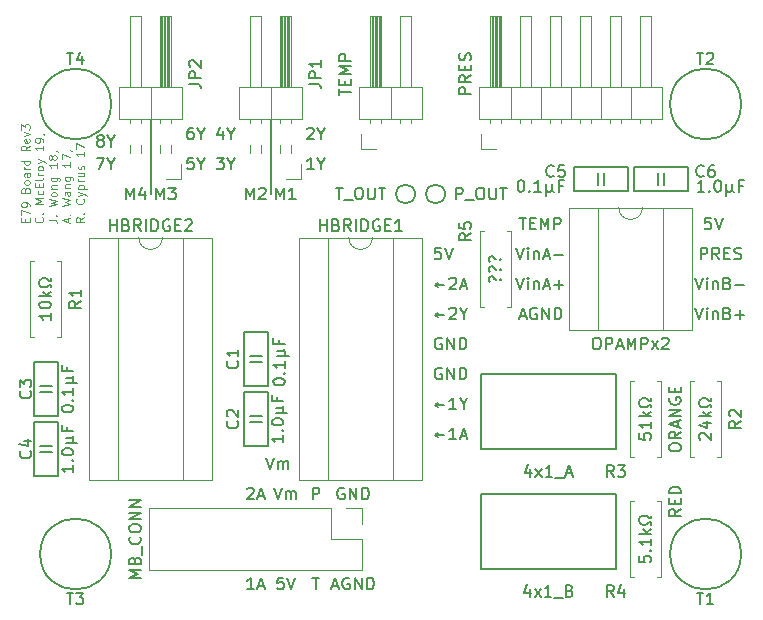
<source format=gbr>
G04 #@! TF.FileFunction,Legend,Top*
%FSLAX46Y46*%
G04 Gerber Fmt 4.6, Leading zero omitted, Abs format (unit mm)*
G04 Created by KiCad (PCBNEW 4.0.6) date Tuesday, June 06, 2017 'PMt' 02:35:44 PM*
%MOMM*%
%LPD*%
G01*
G04 APERTURE LIST*
%ADD10C,0.100000*%
%ADD11C,0.150000*%
%ADD12C,0.200000*%
%ADD13C,0.120000*%
G04 APERTURE END LIST*
D10*
D11*
X117348096Y-103640000D02*
X117252858Y-103592381D01*
X117110001Y-103592381D01*
X116967143Y-103640000D01*
X116871905Y-103735238D01*
X116824286Y-103830476D01*
X116776667Y-104020952D01*
X116776667Y-104163810D01*
X116824286Y-104354286D01*
X116871905Y-104449524D01*
X116967143Y-104544762D01*
X117110001Y-104592381D01*
X117205239Y-104592381D01*
X117348096Y-104544762D01*
X117395715Y-104497143D01*
X117395715Y-104163810D01*
X117205239Y-104163810D01*
X117824286Y-104592381D02*
X117824286Y-103592381D01*
X118395715Y-104592381D01*
X118395715Y-103592381D01*
X118871905Y-104592381D02*
X118871905Y-103592381D01*
X119110000Y-103592381D01*
X119252858Y-103640000D01*
X119348096Y-103735238D01*
X119395715Y-103830476D01*
X119443334Y-104020952D01*
X119443334Y-104163810D01*
X119395715Y-104354286D01*
X119348096Y-104449524D01*
X119252858Y-104544762D01*
X119110000Y-104592381D01*
X118871905Y-104592381D01*
X117586191Y-99131429D02*
X116824286Y-99131429D01*
X117014762Y-99321905D02*
X116824286Y-99131429D01*
X117014762Y-98940952D01*
X118014762Y-98607619D02*
X118062381Y-98560000D01*
X118157619Y-98512381D01*
X118395715Y-98512381D01*
X118490953Y-98560000D01*
X118538572Y-98607619D01*
X118586191Y-98702857D01*
X118586191Y-98798095D01*
X118538572Y-98940952D01*
X117967143Y-99512381D01*
X118586191Y-99512381D01*
X118967143Y-99226667D02*
X119443334Y-99226667D01*
X118871905Y-99512381D02*
X119205238Y-98512381D01*
X119538572Y-99512381D01*
X117586191Y-101671429D02*
X116824286Y-101671429D01*
X117014762Y-101861905D02*
X116824286Y-101671429D01*
X117014762Y-101480952D01*
X118014762Y-101147619D02*
X118062381Y-101100000D01*
X118157619Y-101052381D01*
X118395715Y-101052381D01*
X118490953Y-101100000D01*
X118538572Y-101147619D01*
X118586191Y-101242857D01*
X118586191Y-101338095D01*
X118538572Y-101480952D01*
X117967143Y-102052381D01*
X118586191Y-102052381D01*
X119205238Y-101576190D02*
X119205238Y-102052381D01*
X118871905Y-101052381D02*
X119205238Y-101576190D01*
X119538572Y-101052381D01*
X101457143Y-124912381D02*
X100885714Y-124912381D01*
X101171428Y-124912381D02*
X101171428Y-123912381D01*
X101076190Y-124055238D01*
X100980952Y-124150476D01*
X100885714Y-124198095D01*
X101838095Y-124626667D02*
X102314286Y-124626667D01*
X101742857Y-124912381D02*
X102076190Y-123912381D01*
X102409524Y-124912381D01*
X103949524Y-123912381D02*
X103473333Y-123912381D01*
X103425714Y-124388571D01*
X103473333Y-124340952D01*
X103568571Y-124293333D01*
X103806667Y-124293333D01*
X103901905Y-124340952D01*
X103949524Y-124388571D01*
X103997143Y-124483810D01*
X103997143Y-124721905D01*
X103949524Y-124817143D01*
X103901905Y-124864762D01*
X103806667Y-124912381D01*
X103568571Y-124912381D01*
X103473333Y-124864762D01*
X103425714Y-124817143D01*
X104282857Y-123912381D02*
X104616190Y-124912381D01*
X104949524Y-123912381D01*
X106394286Y-123912381D02*
X106965715Y-123912381D01*
X106680000Y-124912381D02*
X106680000Y-123912381D01*
X108093095Y-124626667D02*
X108569286Y-124626667D01*
X107997857Y-124912381D02*
X108331190Y-123912381D01*
X108664524Y-124912381D01*
X109521667Y-123960000D02*
X109426429Y-123912381D01*
X109283572Y-123912381D01*
X109140714Y-123960000D01*
X109045476Y-124055238D01*
X108997857Y-124150476D01*
X108950238Y-124340952D01*
X108950238Y-124483810D01*
X108997857Y-124674286D01*
X109045476Y-124769524D01*
X109140714Y-124864762D01*
X109283572Y-124912381D01*
X109378810Y-124912381D01*
X109521667Y-124864762D01*
X109569286Y-124817143D01*
X109569286Y-124483810D01*
X109378810Y-124483810D01*
X109997857Y-124912381D02*
X109997857Y-123912381D01*
X110569286Y-124912381D01*
X110569286Y-123912381D01*
X111045476Y-124912381D02*
X111045476Y-123912381D01*
X111283571Y-123912381D01*
X111426429Y-123960000D01*
X111521667Y-124055238D01*
X111569286Y-124150476D01*
X111616905Y-124340952D01*
X111616905Y-124483810D01*
X111569286Y-124674286D01*
X111521667Y-124769524D01*
X111426429Y-124864762D01*
X111283571Y-124912381D01*
X111045476Y-124912381D01*
X109093096Y-116340000D02*
X108997858Y-116292381D01*
X108855001Y-116292381D01*
X108712143Y-116340000D01*
X108616905Y-116435238D01*
X108569286Y-116530476D01*
X108521667Y-116720952D01*
X108521667Y-116863810D01*
X108569286Y-117054286D01*
X108616905Y-117149524D01*
X108712143Y-117244762D01*
X108855001Y-117292381D01*
X108950239Y-117292381D01*
X109093096Y-117244762D01*
X109140715Y-117197143D01*
X109140715Y-116863810D01*
X108950239Y-116863810D01*
X109569286Y-117292381D02*
X109569286Y-116292381D01*
X110140715Y-117292381D01*
X110140715Y-116292381D01*
X110616905Y-117292381D02*
X110616905Y-116292381D01*
X110855000Y-116292381D01*
X110997858Y-116340000D01*
X111093096Y-116435238D01*
X111140715Y-116530476D01*
X111188334Y-116720952D01*
X111188334Y-116863810D01*
X111140715Y-117054286D01*
X111093096Y-117149524D01*
X110997858Y-117244762D01*
X110855000Y-117292381D01*
X110616905Y-117292381D01*
X106418095Y-117292381D02*
X106418095Y-116292381D01*
X106799048Y-116292381D01*
X106894286Y-116340000D01*
X106941905Y-116387619D01*
X106989524Y-116482857D01*
X106989524Y-116625714D01*
X106941905Y-116720952D01*
X106894286Y-116768571D01*
X106799048Y-116816190D01*
X106418095Y-116816190D01*
X103140000Y-116292381D02*
X103473333Y-117292381D01*
X103806667Y-116292381D01*
X104140000Y-117292381D02*
X104140000Y-116625714D01*
X104140000Y-116720952D02*
X104187619Y-116673333D01*
X104282857Y-116625714D01*
X104425715Y-116625714D01*
X104520953Y-116673333D01*
X104568572Y-116768571D01*
X104568572Y-117292381D01*
X104568572Y-116768571D02*
X104616191Y-116673333D01*
X104711429Y-116625714D01*
X104854286Y-116625714D01*
X104949524Y-116673333D01*
X104997143Y-116768571D01*
X104997143Y-117292381D01*
X100885714Y-116387619D02*
X100933333Y-116340000D01*
X101028571Y-116292381D01*
X101266667Y-116292381D01*
X101361905Y-116340000D01*
X101409524Y-116387619D01*
X101457143Y-116482857D01*
X101457143Y-116578095D01*
X101409524Y-116720952D01*
X100838095Y-117292381D01*
X101457143Y-117292381D01*
X101838095Y-117006667D02*
X102314286Y-117006667D01*
X101742857Y-117292381D02*
X102076190Y-116292381D01*
X102409524Y-117292381D01*
D12*
X102870000Y-85090000D02*
X102870000Y-91440000D01*
X92710000Y-85090000D02*
X92710000Y-91440000D01*
D10*
X82105000Y-93813333D02*
X82105000Y-93580000D01*
X82471667Y-93480000D02*
X82471667Y-93813333D01*
X81771667Y-93813333D01*
X81771667Y-93480000D01*
X81771667Y-93246667D02*
X81771667Y-92780000D01*
X82471667Y-93080000D01*
X82471667Y-92480000D02*
X82471667Y-92346667D01*
X82438333Y-92280000D01*
X82405000Y-92246667D01*
X82305000Y-92180000D01*
X82171667Y-92146667D01*
X81905000Y-92146667D01*
X81838333Y-92180000D01*
X81805000Y-92213333D01*
X81771667Y-92280000D01*
X81771667Y-92413333D01*
X81805000Y-92480000D01*
X81838333Y-92513333D01*
X81905000Y-92546667D01*
X82071667Y-92546667D01*
X82138333Y-92513333D01*
X82171667Y-92480000D01*
X82205000Y-92413333D01*
X82205000Y-92280000D01*
X82171667Y-92213333D01*
X82138333Y-92180000D01*
X82071667Y-92146667D01*
X82105000Y-91080000D02*
X82138333Y-90980000D01*
X82171667Y-90946667D01*
X82238333Y-90913333D01*
X82338333Y-90913333D01*
X82405000Y-90946667D01*
X82438333Y-90980000D01*
X82471667Y-91046667D01*
X82471667Y-91313333D01*
X81771667Y-91313333D01*
X81771667Y-91080000D01*
X81805000Y-91013333D01*
X81838333Y-90980000D01*
X81905000Y-90946667D01*
X81971667Y-90946667D01*
X82038333Y-90980000D01*
X82071667Y-91013333D01*
X82105000Y-91080000D01*
X82105000Y-91313333D01*
X82471667Y-90513333D02*
X82438333Y-90580000D01*
X82405000Y-90613333D01*
X82338333Y-90646667D01*
X82138333Y-90646667D01*
X82071667Y-90613333D01*
X82038333Y-90580000D01*
X82005000Y-90513333D01*
X82005000Y-90413333D01*
X82038333Y-90346667D01*
X82071667Y-90313333D01*
X82138333Y-90280000D01*
X82338333Y-90280000D01*
X82405000Y-90313333D01*
X82438333Y-90346667D01*
X82471667Y-90413333D01*
X82471667Y-90513333D01*
X82471667Y-89680000D02*
X82105000Y-89680000D01*
X82038333Y-89713334D01*
X82005000Y-89780000D01*
X82005000Y-89913334D01*
X82038333Y-89980000D01*
X82438333Y-89680000D02*
X82471667Y-89746667D01*
X82471667Y-89913334D01*
X82438333Y-89980000D01*
X82371667Y-90013334D01*
X82305000Y-90013334D01*
X82238333Y-89980000D01*
X82205000Y-89913334D01*
X82205000Y-89746667D01*
X82171667Y-89680000D01*
X82471667Y-89346667D02*
X82005000Y-89346667D01*
X82138333Y-89346667D02*
X82071667Y-89313334D01*
X82038333Y-89280001D01*
X82005000Y-89213334D01*
X82005000Y-89146667D01*
X82471667Y-88613334D02*
X81771667Y-88613334D01*
X82438333Y-88613334D02*
X82471667Y-88680001D01*
X82471667Y-88813334D01*
X82438333Y-88880001D01*
X82405000Y-88913334D01*
X82338333Y-88946668D01*
X82138333Y-88946668D01*
X82071667Y-88913334D01*
X82038333Y-88880001D01*
X82005000Y-88813334D01*
X82005000Y-88680001D01*
X82038333Y-88613334D01*
X82471667Y-87346668D02*
X82138333Y-87580002D01*
X82471667Y-87746668D02*
X81771667Y-87746668D01*
X81771667Y-87480002D01*
X81805000Y-87413335D01*
X81838333Y-87380002D01*
X81905000Y-87346668D01*
X82005000Y-87346668D01*
X82071667Y-87380002D01*
X82105000Y-87413335D01*
X82138333Y-87480002D01*
X82138333Y-87746668D01*
X82438333Y-86780002D02*
X82471667Y-86846668D01*
X82471667Y-86980002D01*
X82438333Y-87046668D01*
X82371667Y-87080002D01*
X82105000Y-87080002D01*
X82038333Y-87046668D01*
X82005000Y-86980002D01*
X82005000Y-86846668D01*
X82038333Y-86780002D01*
X82105000Y-86746668D01*
X82171667Y-86746668D01*
X82238333Y-87080002D01*
X82005000Y-86513335D02*
X82471667Y-86346668D01*
X82005000Y-86180002D01*
X81771667Y-85980002D02*
X81771667Y-85546669D01*
X82038333Y-85780002D01*
X82038333Y-85680002D01*
X82071667Y-85613335D01*
X82105000Y-85580002D01*
X82171667Y-85546669D01*
X82338333Y-85546669D01*
X82405000Y-85580002D01*
X82438333Y-85613335D01*
X82471667Y-85680002D01*
X82471667Y-85880002D01*
X82438333Y-85946669D01*
X82405000Y-85980002D01*
X83555000Y-93413333D02*
X83588333Y-93446667D01*
X83621667Y-93546667D01*
X83621667Y-93613333D01*
X83588333Y-93713333D01*
X83521667Y-93780000D01*
X83455000Y-93813333D01*
X83321667Y-93846667D01*
X83221667Y-93846667D01*
X83088333Y-93813333D01*
X83021667Y-93780000D01*
X82955000Y-93713333D01*
X82921667Y-93613333D01*
X82921667Y-93546667D01*
X82955000Y-93446667D01*
X82988333Y-93413333D01*
X83555000Y-93113333D02*
X83588333Y-93080000D01*
X83621667Y-93113333D01*
X83588333Y-93146667D01*
X83555000Y-93113333D01*
X83621667Y-93113333D01*
X83621667Y-92246667D02*
X82921667Y-92246667D01*
X83421667Y-92013334D01*
X82921667Y-91780001D01*
X83621667Y-91780001D01*
X83588333Y-91146667D02*
X83621667Y-91213334D01*
X83621667Y-91346667D01*
X83588333Y-91413334D01*
X83555000Y-91446667D01*
X83488333Y-91480001D01*
X83288333Y-91480001D01*
X83221667Y-91446667D01*
X83188333Y-91413334D01*
X83155000Y-91346667D01*
X83155000Y-91213334D01*
X83188333Y-91146667D01*
X83255000Y-90846667D02*
X83255000Y-90613334D01*
X83621667Y-90513334D02*
X83621667Y-90846667D01*
X82921667Y-90846667D01*
X82921667Y-90513334D01*
X83621667Y-90113334D02*
X83588333Y-90180001D01*
X83521667Y-90213334D01*
X82921667Y-90213334D01*
X83621667Y-89846667D02*
X83155000Y-89846667D01*
X83288333Y-89846667D02*
X83221667Y-89813334D01*
X83188333Y-89780001D01*
X83155000Y-89713334D01*
X83155000Y-89646667D01*
X83621667Y-89313334D02*
X83588333Y-89380001D01*
X83555000Y-89413334D01*
X83488333Y-89446668D01*
X83288333Y-89446668D01*
X83221667Y-89413334D01*
X83188333Y-89380001D01*
X83155000Y-89313334D01*
X83155000Y-89213334D01*
X83188333Y-89146668D01*
X83221667Y-89113334D01*
X83288333Y-89080001D01*
X83488333Y-89080001D01*
X83555000Y-89113334D01*
X83588333Y-89146668D01*
X83621667Y-89213334D01*
X83621667Y-89313334D01*
X83155000Y-88846668D02*
X83621667Y-88680001D01*
X83155000Y-88513335D02*
X83621667Y-88680001D01*
X83788333Y-88746668D01*
X83821667Y-88780001D01*
X83855000Y-88846668D01*
X83621667Y-87346669D02*
X83621667Y-87746669D01*
X83621667Y-87546669D02*
X82921667Y-87546669D01*
X83021667Y-87613335D01*
X83088333Y-87680002D01*
X83121667Y-87746669D01*
X83621667Y-87013335D02*
X83621667Y-86880002D01*
X83588333Y-86813335D01*
X83555000Y-86780002D01*
X83455000Y-86713335D01*
X83321667Y-86680002D01*
X83055000Y-86680002D01*
X82988333Y-86713335D01*
X82955000Y-86746668D01*
X82921667Y-86813335D01*
X82921667Y-86946668D01*
X82955000Y-87013335D01*
X82988333Y-87046668D01*
X83055000Y-87080002D01*
X83221667Y-87080002D01*
X83288333Y-87046668D01*
X83321667Y-87013335D01*
X83355000Y-86946668D01*
X83355000Y-86813335D01*
X83321667Y-86746668D01*
X83288333Y-86713335D01*
X83221667Y-86680002D01*
X83588333Y-86346668D02*
X83621667Y-86346668D01*
X83688333Y-86380001D01*
X83721667Y-86413335D01*
X84071667Y-93613333D02*
X84571667Y-93613333D01*
X84671667Y-93646667D01*
X84738333Y-93713333D01*
X84771667Y-93813333D01*
X84771667Y-93880000D01*
X84705000Y-93280000D02*
X84738333Y-93246667D01*
X84771667Y-93280000D01*
X84738333Y-93313334D01*
X84705000Y-93280000D01*
X84771667Y-93280000D01*
X84071667Y-92480001D02*
X84771667Y-92313334D01*
X84271667Y-92180001D01*
X84771667Y-92046668D01*
X84071667Y-91880001D01*
X84771667Y-91513334D02*
X84738333Y-91580001D01*
X84705000Y-91613334D01*
X84638333Y-91646668D01*
X84438333Y-91646668D01*
X84371667Y-91613334D01*
X84338333Y-91580001D01*
X84305000Y-91513334D01*
X84305000Y-91413334D01*
X84338333Y-91346668D01*
X84371667Y-91313334D01*
X84438333Y-91280001D01*
X84638333Y-91280001D01*
X84705000Y-91313334D01*
X84738333Y-91346668D01*
X84771667Y-91413334D01*
X84771667Y-91513334D01*
X84305000Y-90980001D02*
X84771667Y-90980001D01*
X84371667Y-90980001D02*
X84338333Y-90946668D01*
X84305000Y-90880001D01*
X84305000Y-90780001D01*
X84338333Y-90713335D01*
X84405000Y-90680001D01*
X84771667Y-90680001D01*
X84305000Y-90046668D02*
X84871667Y-90046668D01*
X84938333Y-90080002D01*
X84971667Y-90113335D01*
X85005000Y-90180002D01*
X85005000Y-90280002D01*
X84971667Y-90346668D01*
X84738333Y-90046668D02*
X84771667Y-90113335D01*
X84771667Y-90246668D01*
X84738333Y-90313335D01*
X84705000Y-90346668D01*
X84638333Y-90380002D01*
X84438333Y-90380002D01*
X84371667Y-90346668D01*
X84338333Y-90313335D01*
X84305000Y-90246668D01*
X84305000Y-90113335D01*
X84338333Y-90046668D01*
X84771667Y-88813336D02*
X84771667Y-89213336D01*
X84771667Y-89013336D02*
X84071667Y-89013336D01*
X84171667Y-89080002D01*
X84238333Y-89146669D01*
X84271667Y-89213336D01*
X84371667Y-88413335D02*
X84338333Y-88480002D01*
X84305000Y-88513335D01*
X84238333Y-88546669D01*
X84205000Y-88546669D01*
X84138333Y-88513335D01*
X84105000Y-88480002D01*
X84071667Y-88413335D01*
X84071667Y-88280002D01*
X84105000Y-88213335D01*
X84138333Y-88180002D01*
X84205000Y-88146669D01*
X84238333Y-88146669D01*
X84305000Y-88180002D01*
X84338333Y-88213335D01*
X84371667Y-88280002D01*
X84371667Y-88413335D01*
X84405000Y-88480002D01*
X84438333Y-88513335D01*
X84505000Y-88546669D01*
X84638333Y-88546669D01*
X84705000Y-88513335D01*
X84738333Y-88480002D01*
X84771667Y-88413335D01*
X84771667Y-88280002D01*
X84738333Y-88213335D01*
X84705000Y-88180002D01*
X84638333Y-88146669D01*
X84505000Y-88146669D01*
X84438333Y-88180002D01*
X84405000Y-88213335D01*
X84371667Y-88280002D01*
X84738333Y-87813335D02*
X84771667Y-87813335D01*
X84838333Y-87846668D01*
X84871667Y-87880002D01*
X85721667Y-93846667D02*
X85721667Y-93513333D01*
X85921667Y-93913333D02*
X85221667Y-93680000D01*
X85921667Y-93446667D01*
X85855000Y-93213333D02*
X85888333Y-93180000D01*
X85921667Y-93213333D01*
X85888333Y-93246667D01*
X85855000Y-93213333D01*
X85921667Y-93213333D01*
X85221667Y-92413334D02*
X85921667Y-92246667D01*
X85421667Y-92113334D01*
X85921667Y-91980001D01*
X85221667Y-91813334D01*
X85921667Y-91246667D02*
X85555000Y-91246667D01*
X85488333Y-91280001D01*
X85455000Y-91346667D01*
X85455000Y-91480001D01*
X85488333Y-91546667D01*
X85888333Y-91246667D02*
X85921667Y-91313334D01*
X85921667Y-91480001D01*
X85888333Y-91546667D01*
X85821667Y-91580001D01*
X85755000Y-91580001D01*
X85688333Y-91546667D01*
X85655000Y-91480001D01*
X85655000Y-91313334D01*
X85621667Y-91246667D01*
X85455000Y-90913334D02*
X85921667Y-90913334D01*
X85521667Y-90913334D02*
X85488333Y-90880001D01*
X85455000Y-90813334D01*
X85455000Y-90713334D01*
X85488333Y-90646668D01*
X85555000Y-90613334D01*
X85921667Y-90613334D01*
X85455000Y-89980001D02*
X86021667Y-89980001D01*
X86088333Y-90013335D01*
X86121667Y-90046668D01*
X86155000Y-90113335D01*
X86155000Y-90213335D01*
X86121667Y-90280001D01*
X85888333Y-89980001D02*
X85921667Y-90046668D01*
X85921667Y-90180001D01*
X85888333Y-90246668D01*
X85855000Y-90280001D01*
X85788333Y-90313335D01*
X85588333Y-90313335D01*
X85521667Y-90280001D01*
X85488333Y-90246668D01*
X85455000Y-90180001D01*
X85455000Y-90046668D01*
X85488333Y-89980001D01*
X85921667Y-88746669D02*
X85921667Y-89146669D01*
X85921667Y-88946669D02*
X85221667Y-88946669D01*
X85321667Y-89013335D01*
X85388333Y-89080002D01*
X85421667Y-89146669D01*
X85221667Y-88513335D02*
X85221667Y-88046668D01*
X85921667Y-88346668D01*
X85888333Y-87746668D02*
X85921667Y-87746668D01*
X85988333Y-87780001D01*
X86021667Y-87813335D01*
X87071667Y-93413333D02*
X86738333Y-93646667D01*
X87071667Y-93813333D02*
X86371667Y-93813333D01*
X86371667Y-93546667D01*
X86405000Y-93480000D01*
X86438333Y-93446667D01*
X86505000Y-93413333D01*
X86605000Y-93413333D01*
X86671667Y-93446667D01*
X86705000Y-93480000D01*
X86738333Y-93546667D01*
X86738333Y-93813333D01*
X87005000Y-93113333D02*
X87038333Y-93080000D01*
X87071667Y-93113333D01*
X87038333Y-93146667D01*
X87005000Y-93113333D01*
X87071667Y-93113333D01*
X87005000Y-91846667D02*
X87038333Y-91880001D01*
X87071667Y-91980001D01*
X87071667Y-92046667D01*
X87038333Y-92146667D01*
X86971667Y-92213334D01*
X86905000Y-92246667D01*
X86771667Y-92280001D01*
X86671667Y-92280001D01*
X86538333Y-92246667D01*
X86471667Y-92213334D01*
X86405000Y-92146667D01*
X86371667Y-92046667D01*
X86371667Y-91980001D01*
X86405000Y-91880001D01*
X86438333Y-91846667D01*
X86605000Y-91613334D02*
X87071667Y-91446667D01*
X86605000Y-91280001D02*
X87071667Y-91446667D01*
X87238333Y-91513334D01*
X87271667Y-91546667D01*
X87305000Y-91613334D01*
X86605000Y-91013334D02*
X87305000Y-91013334D01*
X86638333Y-91013334D02*
X86605000Y-90946668D01*
X86605000Y-90813334D01*
X86638333Y-90746668D01*
X86671667Y-90713334D01*
X86738333Y-90680001D01*
X86938333Y-90680001D01*
X87005000Y-90713334D01*
X87038333Y-90746668D01*
X87071667Y-90813334D01*
X87071667Y-90946668D01*
X87038333Y-91013334D01*
X87071667Y-90380001D02*
X86605000Y-90380001D01*
X86738333Y-90380001D02*
X86671667Y-90346668D01*
X86638333Y-90313335D01*
X86605000Y-90246668D01*
X86605000Y-90180001D01*
X86605000Y-89646668D02*
X87071667Y-89646668D01*
X86605000Y-89946668D02*
X86971667Y-89946668D01*
X87038333Y-89913335D01*
X87071667Y-89846668D01*
X87071667Y-89746668D01*
X87038333Y-89680002D01*
X87005000Y-89646668D01*
X87038333Y-89346669D02*
X87071667Y-89280002D01*
X87071667Y-89146669D01*
X87038333Y-89080002D01*
X86971667Y-89046669D01*
X86938333Y-89046669D01*
X86871667Y-89080002D01*
X86838333Y-89146669D01*
X86838333Y-89246669D01*
X86805000Y-89313335D01*
X86738333Y-89346669D01*
X86705000Y-89346669D01*
X86638333Y-89313335D01*
X86605000Y-89246669D01*
X86605000Y-89146669D01*
X86638333Y-89080002D01*
X87071667Y-87846669D02*
X87071667Y-88246669D01*
X87071667Y-88046669D02*
X86371667Y-88046669D01*
X86471667Y-88113335D01*
X86538333Y-88180002D01*
X86571667Y-88246669D01*
X86371667Y-87613335D02*
X86371667Y-87146668D01*
X87071667Y-87446668D01*
D11*
X90630476Y-91892381D02*
X90630476Y-90892381D01*
X90963810Y-91606667D01*
X91297143Y-90892381D01*
X91297143Y-91892381D01*
X92201905Y-91225714D02*
X92201905Y-91892381D01*
X91963809Y-90844762D02*
X91725714Y-91559048D01*
X92344762Y-91559048D01*
X93170476Y-91892381D02*
X93170476Y-90892381D01*
X93503810Y-91606667D01*
X93837143Y-90892381D01*
X93837143Y-91892381D01*
X94218095Y-90892381D02*
X94837143Y-90892381D01*
X94503809Y-91273333D01*
X94646667Y-91273333D01*
X94741905Y-91320952D01*
X94789524Y-91368571D01*
X94837143Y-91463810D01*
X94837143Y-91701905D01*
X94789524Y-91797143D01*
X94741905Y-91844762D01*
X94646667Y-91892381D01*
X94360952Y-91892381D01*
X94265714Y-91844762D01*
X94218095Y-91797143D01*
X100790476Y-91892381D02*
X100790476Y-90892381D01*
X101123810Y-91606667D01*
X101457143Y-90892381D01*
X101457143Y-91892381D01*
X101885714Y-90987619D02*
X101933333Y-90940000D01*
X102028571Y-90892381D01*
X102266667Y-90892381D01*
X102361905Y-90940000D01*
X102409524Y-90987619D01*
X102457143Y-91082857D01*
X102457143Y-91178095D01*
X102409524Y-91320952D01*
X101838095Y-91892381D01*
X102457143Y-91892381D01*
X103330476Y-91892381D02*
X103330476Y-90892381D01*
X103663810Y-91606667D01*
X103997143Y-90892381D01*
X103997143Y-91892381D01*
X104997143Y-91892381D02*
X104425714Y-91892381D01*
X104711428Y-91892381D02*
X104711428Y-90892381D01*
X104616190Y-91035238D01*
X104520952Y-91130476D01*
X104425714Y-91178095D01*
X98821905Y-86145714D02*
X98821905Y-86812381D01*
X98583809Y-85764762D02*
X98345714Y-86479048D01*
X98964762Y-86479048D01*
X99536190Y-86336190D02*
X99536190Y-86812381D01*
X99202857Y-85812381D02*
X99536190Y-86336190D01*
X99869524Y-85812381D01*
X98298095Y-88352381D02*
X98917143Y-88352381D01*
X98583809Y-88733333D01*
X98726667Y-88733333D01*
X98821905Y-88780952D01*
X98869524Y-88828571D01*
X98917143Y-88923810D01*
X98917143Y-89161905D01*
X98869524Y-89257143D01*
X98821905Y-89304762D01*
X98726667Y-89352381D01*
X98440952Y-89352381D01*
X98345714Y-89304762D01*
X98298095Y-89257143D01*
X99536190Y-88876190D02*
X99536190Y-89352381D01*
X99202857Y-88352381D02*
X99536190Y-88876190D01*
X99869524Y-88352381D01*
X106537143Y-89352381D02*
X105965714Y-89352381D01*
X106251428Y-89352381D02*
X106251428Y-88352381D01*
X106156190Y-88495238D01*
X106060952Y-88590476D01*
X105965714Y-88638095D01*
X107156190Y-88876190D02*
X107156190Y-89352381D01*
X106822857Y-88352381D02*
X107156190Y-88876190D01*
X107489524Y-88352381D01*
X105965714Y-85907619D02*
X106013333Y-85860000D01*
X106108571Y-85812381D01*
X106346667Y-85812381D01*
X106441905Y-85860000D01*
X106489524Y-85907619D01*
X106537143Y-86002857D01*
X106537143Y-86098095D01*
X106489524Y-86240952D01*
X105918095Y-86812381D01*
X106537143Y-86812381D01*
X107156190Y-86336190D02*
X107156190Y-86812381D01*
X106822857Y-85812381D02*
X107156190Y-86336190D01*
X107489524Y-85812381D01*
X88376190Y-86875952D02*
X88280952Y-86828333D01*
X88233333Y-86780714D01*
X88185714Y-86685476D01*
X88185714Y-86637857D01*
X88233333Y-86542619D01*
X88280952Y-86495000D01*
X88376190Y-86447381D01*
X88566667Y-86447381D01*
X88661905Y-86495000D01*
X88709524Y-86542619D01*
X88757143Y-86637857D01*
X88757143Y-86685476D01*
X88709524Y-86780714D01*
X88661905Y-86828333D01*
X88566667Y-86875952D01*
X88376190Y-86875952D01*
X88280952Y-86923571D01*
X88233333Y-86971190D01*
X88185714Y-87066429D01*
X88185714Y-87256905D01*
X88233333Y-87352143D01*
X88280952Y-87399762D01*
X88376190Y-87447381D01*
X88566667Y-87447381D01*
X88661905Y-87399762D01*
X88709524Y-87352143D01*
X88757143Y-87256905D01*
X88757143Y-87066429D01*
X88709524Y-86971190D01*
X88661905Y-86923571D01*
X88566667Y-86875952D01*
X89376190Y-86971190D02*
X89376190Y-87447381D01*
X89042857Y-86447381D02*
X89376190Y-86971190D01*
X89709524Y-86447381D01*
X88138095Y-88352381D02*
X88804762Y-88352381D01*
X88376190Y-89352381D01*
X89376190Y-88876190D02*
X89376190Y-89352381D01*
X89042857Y-88352381D02*
X89376190Y-88876190D01*
X89709524Y-88352381D01*
X96329524Y-88352381D02*
X95853333Y-88352381D01*
X95805714Y-88828571D01*
X95853333Y-88780952D01*
X95948571Y-88733333D01*
X96186667Y-88733333D01*
X96281905Y-88780952D01*
X96329524Y-88828571D01*
X96377143Y-88923810D01*
X96377143Y-89161905D01*
X96329524Y-89257143D01*
X96281905Y-89304762D01*
X96186667Y-89352381D01*
X95948571Y-89352381D01*
X95853333Y-89304762D01*
X95805714Y-89257143D01*
X96996190Y-88876190D02*
X96996190Y-89352381D01*
X96662857Y-88352381D02*
X96996190Y-88876190D01*
X97329524Y-88352381D01*
X96281905Y-85812381D02*
X96091428Y-85812381D01*
X95996190Y-85860000D01*
X95948571Y-85907619D01*
X95853333Y-86050476D01*
X95805714Y-86240952D01*
X95805714Y-86621905D01*
X95853333Y-86717143D01*
X95900952Y-86764762D01*
X95996190Y-86812381D01*
X96186667Y-86812381D01*
X96281905Y-86764762D01*
X96329524Y-86717143D01*
X96377143Y-86621905D01*
X96377143Y-86383810D01*
X96329524Y-86288571D01*
X96281905Y-86240952D01*
X96186667Y-86193333D01*
X95996190Y-86193333D01*
X95900952Y-86240952D01*
X95853333Y-86288571D01*
X95805714Y-86383810D01*
X96996190Y-86336190D02*
X96996190Y-86812381D01*
X96662857Y-85812381D02*
X96996190Y-86336190D01*
X97329524Y-85812381D01*
X138827143Y-98512381D02*
X139160476Y-99512381D01*
X139493810Y-98512381D01*
X139827143Y-99512381D02*
X139827143Y-98845714D01*
X139827143Y-98512381D02*
X139779524Y-98560000D01*
X139827143Y-98607619D01*
X139874762Y-98560000D01*
X139827143Y-98512381D01*
X139827143Y-98607619D01*
X140303333Y-98845714D02*
X140303333Y-99512381D01*
X140303333Y-98940952D02*
X140350952Y-98893333D01*
X140446190Y-98845714D01*
X140589048Y-98845714D01*
X140684286Y-98893333D01*
X140731905Y-98988571D01*
X140731905Y-99512381D01*
X141541429Y-98988571D02*
X141684286Y-99036190D01*
X141731905Y-99083810D01*
X141779524Y-99179048D01*
X141779524Y-99321905D01*
X141731905Y-99417143D01*
X141684286Y-99464762D01*
X141589048Y-99512381D01*
X141208095Y-99512381D01*
X141208095Y-98512381D01*
X141541429Y-98512381D01*
X141636667Y-98560000D01*
X141684286Y-98607619D01*
X141731905Y-98702857D01*
X141731905Y-98798095D01*
X141684286Y-98893333D01*
X141636667Y-98940952D01*
X141541429Y-98988571D01*
X141208095Y-98988571D01*
X142208095Y-99131429D02*
X142970000Y-99131429D01*
X138827143Y-101052381D02*
X139160476Y-102052381D01*
X139493810Y-101052381D01*
X139827143Y-102052381D02*
X139827143Y-101385714D01*
X139827143Y-101052381D02*
X139779524Y-101100000D01*
X139827143Y-101147619D01*
X139874762Y-101100000D01*
X139827143Y-101052381D01*
X139827143Y-101147619D01*
X140303333Y-101385714D02*
X140303333Y-102052381D01*
X140303333Y-101480952D02*
X140350952Y-101433333D01*
X140446190Y-101385714D01*
X140589048Y-101385714D01*
X140684286Y-101433333D01*
X140731905Y-101528571D01*
X140731905Y-102052381D01*
X141541429Y-101528571D02*
X141684286Y-101576190D01*
X141731905Y-101623810D01*
X141779524Y-101719048D01*
X141779524Y-101861905D01*
X141731905Y-101957143D01*
X141684286Y-102004762D01*
X141589048Y-102052381D01*
X141208095Y-102052381D01*
X141208095Y-101052381D01*
X141541429Y-101052381D01*
X141636667Y-101100000D01*
X141684286Y-101147619D01*
X141731905Y-101242857D01*
X141731905Y-101338095D01*
X141684286Y-101433333D01*
X141636667Y-101480952D01*
X141541429Y-101528571D01*
X141208095Y-101528571D01*
X142208095Y-101671429D02*
X142970000Y-101671429D01*
X142589048Y-102052381D02*
X142589048Y-101290476D01*
X139279524Y-96972381D02*
X139279524Y-95972381D01*
X139660477Y-95972381D01*
X139755715Y-96020000D01*
X139803334Y-96067619D01*
X139850953Y-96162857D01*
X139850953Y-96305714D01*
X139803334Y-96400952D01*
X139755715Y-96448571D01*
X139660477Y-96496190D01*
X139279524Y-96496190D01*
X140850953Y-96972381D02*
X140517619Y-96496190D01*
X140279524Y-96972381D02*
X140279524Y-95972381D01*
X140660477Y-95972381D01*
X140755715Y-96020000D01*
X140803334Y-96067619D01*
X140850953Y-96162857D01*
X140850953Y-96305714D01*
X140803334Y-96400952D01*
X140755715Y-96448571D01*
X140660477Y-96496190D01*
X140279524Y-96496190D01*
X141279524Y-96448571D02*
X141612858Y-96448571D01*
X141755715Y-96972381D02*
X141279524Y-96972381D01*
X141279524Y-95972381D01*
X141755715Y-95972381D01*
X142136667Y-96924762D02*
X142279524Y-96972381D01*
X142517620Y-96972381D01*
X142612858Y-96924762D01*
X142660477Y-96877143D01*
X142708096Y-96781905D01*
X142708096Y-96686667D01*
X142660477Y-96591429D01*
X142612858Y-96543810D01*
X142517620Y-96496190D01*
X142327143Y-96448571D01*
X142231905Y-96400952D01*
X142184286Y-96353333D01*
X142136667Y-96258095D01*
X142136667Y-96162857D01*
X142184286Y-96067619D01*
X142231905Y-96020000D01*
X142327143Y-95972381D01*
X142565239Y-95972381D01*
X142708096Y-96020000D01*
X140144524Y-93432381D02*
X139668333Y-93432381D01*
X139620714Y-93908571D01*
X139668333Y-93860952D01*
X139763571Y-93813333D01*
X140001667Y-93813333D01*
X140096905Y-93860952D01*
X140144524Y-93908571D01*
X140192143Y-94003810D01*
X140192143Y-94241905D01*
X140144524Y-94337143D01*
X140096905Y-94384762D01*
X140001667Y-94432381D01*
X139763571Y-94432381D01*
X139668333Y-94384762D01*
X139620714Y-94337143D01*
X140477857Y-93432381D02*
X140811190Y-94432381D01*
X141144524Y-93432381D01*
X123920476Y-93432381D02*
X124491905Y-93432381D01*
X124206190Y-94432381D02*
X124206190Y-93432381D01*
X124825238Y-93908571D02*
X125158572Y-93908571D01*
X125301429Y-94432381D02*
X124825238Y-94432381D01*
X124825238Y-93432381D01*
X125301429Y-93432381D01*
X125730000Y-94432381D02*
X125730000Y-93432381D01*
X126063334Y-94146667D01*
X126396667Y-93432381D01*
X126396667Y-94432381D01*
X126872857Y-94432381D02*
X126872857Y-93432381D01*
X127253810Y-93432381D01*
X127349048Y-93480000D01*
X127396667Y-93527619D01*
X127444286Y-93622857D01*
X127444286Y-93765714D01*
X127396667Y-93860952D01*
X127349048Y-93908571D01*
X127253810Y-93956190D01*
X126872857Y-93956190D01*
X123658572Y-95972381D02*
X123991905Y-96972381D01*
X124325239Y-95972381D01*
X124658572Y-96972381D02*
X124658572Y-96305714D01*
X124658572Y-95972381D02*
X124610953Y-96020000D01*
X124658572Y-96067619D01*
X124706191Y-96020000D01*
X124658572Y-95972381D01*
X124658572Y-96067619D01*
X125134762Y-96305714D02*
X125134762Y-96972381D01*
X125134762Y-96400952D02*
X125182381Y-96353333D01*
X125277619Y-96305714D01*
X125420477Y-96305714D01*
X125515715Y-96353333D01*
X125563334Y-96448571D01*
X125563334Y-96972381D01*
X125991905Y-96686667D02*
X126468096Y-96686667D01*
X125896667Y-96972381D02*
X126230000Y-95972381D01*
X126563334Y-96972381D01*
X126896667Y-96591429D02*
X127658572Y-96591429D01*
X123658572Y-98512381D02*
X123991905Y-99512381D01*
X124325239Y-98512381D01*
X124658572Y-99512381D02*
X124658572Y-98845714D01*
X124658572Y-98512381D02*
X124610953Y-98560000D01*
X124658572Y-98607619D01*
X124706191Y-98560000D01*
X124658572Y-98512381D01*
X124658572Y-98607619D01*
X125134762Y-98845714D02*
X125134762Y-99512381D01*
X125134762Y-98940952D02*
X125182381Y-98893333D01*
X125277619Y-98845714D01*
X125420477Y-98845714D01*
X125515715Y-98893333D01*
X125563334Y-98988571D01*
X125563334Y-99512381D01*
X125991905Y-99226667D02*
X126468096Y-99226667D01*
X125896667Y-99512381D02*
X126230000Y-98512381D01*
X126563334Y-99512381D01*
X126896667Y-99131429D02*
X127658572Y-99131429D01*
X127277620Y-99512381D02*
X127277620Y-98750476D01*
X123968095Y-101766667D02*
X124444286Y-101766667D01*
X123872857Y-102052381D02*
X124206190Y-101052381D01*
X124539524Y-102052381D01*
X125396667Y-101100000D02*
X125301429Y-101052381D01*
X125158572Y-101052381D01*
X125015714Y-101100000D01*
X124920476Y-101195238D01*
X124872857Y-101290476D01*
X124825238Y-101480952D01*
X124825238Y-101623810D01*
X124872857Y-101814286D01*
X124920476Y-101909524D01*
X125015714Y-102004762D01*
X125158572Y-102052381D01*
X125253810Y-102052381D01*
X125396667Y-102004762D01*
X125444286Y-101957143D01*
X125444286Y-101623810D01*
X125253810Y-101623810D01*
X125872857Y-102052381D02*
X125872857Y-101052381D01*
X126444286Y-102052381D01*
X126444286Y-101052381D01*
X126920476Y-102052381D02*
X126920476Y-101052381D01*
X127158571Y-101052381D01*
X127301429Y-101100000D01*
X127396667Y-101195238D01*
X127444286Y-101290476D01*
X127491905Y-101480952D01*
X127491905Y-101623810D01*
X127444286Y-101814286D01*
X127396667Y-101909524D01*
X127301429Y-102004762D01*
X127158571Y-102052381D01*
X126920476Y-102052381D01*
X102505000Y-113752381D02*
X102838333Y-114752381D01*
X103171667Y-113752381D01*
X103505000Y-114752381D02*
X103505000Y-114085714D01*
X103505000Y-114180952D02*
X103552619Y-114133333D01*
X103647857Y-114085714D01*
X103790715Y-114085714D01*
X103885953Y-114133333D01*
X103933572Y-114228571D01*
X103933572Y-114752381D01*
X103933572Y-114228571D02*
X103981191Y-114133333D01*
X104076429Y-114085714D01*
X104219286Y-114085714D01*
X104314524Y-114133333D01*
X104362143Y-114228571D01*
X104362143Y-114752381D01*
X117586191Y-111831429D02*
X116824286Y-111831429D01*
X117014762Y-112021905D02*
X116824286Y-111831429D01*
X117014762Y-111640952D01*
X118586191Y-112212381D02*
X118014762Y-112212381D01*
X118300476Y-112212381D02*
X118300476Y-111212381D01*
X118205238Y-111355238D01*
X118110000Y-111450476D01*
X118014762Y-111498095D01*
X118967143Y-111926667D02*
X119443334Y-111926667D01*
X118871905Y-112212381D02*
X119205238Y-111212381D01*
X119538572Y-112212381D01*
X117586191Y-109291429D02*
X116824286Y-109291429D01*
X117014762Y-109481905D02*
X116824286Y-109291429D01*
X117014762Y-109100952D01*
X118586191Y-109672381D02*
X118014762Y-109672381D01*
X118300476Y-109672381D02*
X118300476Y-108672381D01*
X118205238Y-108815238D01*
X118110000Y-108910476D01*
X118014762Y-108958095D01*
X119205238Y-109196190D02*
X119205238Y-109672381D01*
X118871905Y-108672381D02*
X119205238Y-109196190D01*
X119538572Y-108672381D01*
X117348096Y-106180000D02*
X117252858Y-106132381D01*
X117110001Y-106132381D01*
X116967143Y-106180000D01*
X116871905Y-106275238D01*
X116824286Y-106370476D01*
X116776667Y-106560952D01*
X116776667Y-106703810D01*
X116824286Y-106894286D01*
X116871905Y-106989524D01*
X116967143Y-107084762D01*
X117110001Y-107132381D01*
X117205239Y-107132381D01*
X117348096Y-107084762D01*
X117395715Y-107037143D01*
X117395715Y-106703810D01*
X117205239Y-106703810D01*
X117824286Y-107132381D02*
X117824286Y-106132381D01*
X118395715Y-107132381D01*
X118395715Y-106132381D01*
X118871905Y-107132381D02*
X118871905Y-106132381D01*
X119110000Y-106132381D01*
X119252858Y-106180000D01*
X119348096Y-106275238D01*
X119395715Y-106370476D01*
X119443334Y-106560952D01*
X119443334Y-106703810D01*
X119395715Y-106894286D01*
X119348096Y-106989524D01*
X119252858Y-107084762D01*
X119110000Y-107132381D01*
X118871905Y-107132381D01*
X117284524Y-95972381D02*
X116808333Y-95972381D01*
X116760714Y-96448571D01*
X116808333Y-96400952D01*
X116903571Y-96353333D01*
X117141667Y-96353333D01*
X117236905Y-96400952D01*
X117284524Y-96448571D01*
X117332143Y-96543810D01*
X117332143Y-96781905D01*
X117284524Y-96877143D01*
X117236905Y-96924762D01*
X117141667Y-96972381D01*
X116903571Y-96972381D01*
X116808333Y-96924762D01*
X116760714Y-96877143D01*
X117617857Y-95972381D02*
X117951190Y-96972381D01*
X118284524Y-95972381D01*
X136612381Y-112990000D02*
X136612381Y-112799523D01*
X136660000Y-112704285D01*
X136755238Y-112609047D01*
X136945714Y-112561428D01*
X137279048Y-112561428D01*
X137469524Y-112609047D01*
X137564762Y-112704285D01*
X137612381Y-112799523D01*
X137612381Y-112990000D01*
X137564762Y-113085238D01*
X137469524Y-113180476D01*
X137279048Y-113228095D01*
X136945714Y-113228095D01*
X136755238Y-113180476D01*
X136660000Y-113085238D01*
X136612381Y-112990000D01*
X137612381Y-111561428D02*
X137136190Y-111894762D01*
X137612381Y-112132857D02*
X136612381Y-112132857D01*
X136612381Y-111751904D01*
X136660000Y-111656666D01*
X136707619Y-111609047D01*
X136802857Y-111561428D01*
X136945714Y-111561428D01*
X137040952Y-111609047D01*
X137088571Y-111656666D01*
X137136190Y-111751904D01*
X137136190Y-112132857D01*
X137326667Y-111180476D02*
X137326667Y-110704285D01*
X137612381Y-111275714D02*
X136612381Y-110942381D01*
X137612381Y-110609047D01*
X137612381Y-110275714D02*
X136612381Y-110275714D01*
X137612381Y-109704285D01*
X136612381Y-109704285D01*
X136660000Y-108704285D02*
X136612381Y-108799523D01*
X136612381Y-108942380D01*
X136660000Y-109085238D01*
X136755238Y-109180476D01*
X136850476Y-109228095D01*
X137040952Y-109275714D01*
X137183810Y-109275714D01*
X137374286Y-109228095D01*
X137469524Y-109180476D01*
X137564762Y-109085238D01*
X137612381Y-108942380D01*
X137612381Y-108847142D01*
X137564762Y-108704285D01*
X137517143Y-108656666D01*
X137183810Y-108656666D01*
X137183810Y-108847142D01*
X137088571Y-108228095D02*
X137088571Y-107894761D01*
X137612381Y-107751904D02*
X137612381Y-108228095D01*
X136612381Y-108228095D01*
X136612381Y-107751904D01*
X137612381Y-118117857D02*
X137136190Y-118451191D01*
X137612381Y-118689286D02*
X136612381Y-118689286D01*
X136612381Y-118308333D01*
X136660000Y-118213095D01*
X136707619Y-118165476D01*
X136802857Y-118117857D01*
X136945714Y-118117857D01*
X137040952Y-118165476D01*
X137088571Y-118213095D01*
X137136190Y-118308333D01*
X137136190Y-118689286D01*
X137088571Y-117689286D02*
X137088571Y-117355952D01*
X137612381Y-117213095D02*
X137612381Y-117689286D01*
X136612381Y-117689286D01*
X136612381Y-117213095D01*
X137612381Y-116784524D02*
X136612381Y-116784524D01*
X136612381Y-116546429D01*
X136660000Y-116403571D01*
X136755238Y-116308333D01*
X136850476Y-116260714D01*
X137040952Y-116213095D01*
X137183810Y-116213095D01*
X137374286Y-116260714D01*
X137469524Y-116308333D01*
X137564762Y-116403571D01*
X137612381Y-116546429D01*
X137612381Y-116784524D01*
D13*
X120530000Y-85080000D02*
X123190000Y-85080000D01*
X123190000Y-85080000D02*
X123190000Y-82340000D01*
X123190000Y-82340000D02*
X120530000Y-82340000D01*
X120530000Y-82340000D02*
X120530000Y-85080000D01*
X121480000Y-82340000D02*
X122360000Y-82340000D01*
X122360000Y-82340000D02*
X122360000Y-76340000D01*
X122360000Y-76340000D02*
X121480000Y-76340000D01*
X121480000Y-76340000D02*
X121480000Y-82340000D01*
X121480000Y-85390000D02*
X121480000Y-85080000D01*
X122360000Y-85390000D02*
X122360000Y-85080000D01*
X121600000Y-82340000D02*
X121600000Y-76340000D01*
X121720000Y-82340000D02*
X121720000Y-76340000D01*
X121840000Y-82340000D02*
X121840000Y-76340000D01*
X121960000Y-82340000D02*
X121960000Y-76340000D01*
X122080000Y-82340000D02*
X122080000Y-76340000D01*
X122200000Y-82340000D02*
X122200000Y-76340000D01*
X122320000Y-82340000D02*
X122320000Y-76340000D01*
X123190000Y-85080000D02*
X125730000Y-85080000D01*
X125730000Y-85080000D02*
X125730000Y-82340000D01*
X125730000Y-82340000D02*
X123190000Y-82340000D01*
X123190000Y-82340000D02*
X123190000Y-85080000D01*
X124020000Y-82340000D02*
X124900000Y-82340000D01*
X124900000Y-82340000D02*
X124900000Y-76340000D01*
X124900000Y-76340000D02*
X124020000Y-76340000D01*
X124020000Y-76340000D02*
X124020000Y-82340000D01*
X124020000Y-85390000D02*
X124020000Y-85080000D01*
X124900000Y-85390000D02*
X124900000Y-85080000D01*
X125730000Y-85080000D02*
X128270000Y-85080000D01*
X128270000Y-85080000D02*
X128270000Y-82340000D01*
X128270000Y-82340000D02*
X125730000Y-82340000D01*
X125730000Y-82340000D02*
X125730000Y-85080000D01*
X126560000Y-82340000D02*
X127440000Y-82340000D01*
X127440000Y-82340000D02*
X127440000Y-76340000D01*
X127440000Y-76340000D02*
X126560000Y-76340000D01*
X126560000Y-76340000D02*
X126560000Y-82340000D01*
X126560000Y-85390000D02*
X126560000Y-85080000D01*
X127440000Y-85390000D02*
X127440000Y-85080000D01*
X128270000Y-85080000D02*
X130810000Y-85080000D01*
X130810000Y-85080000D02*
X130810000Y-82340000D01*
X130810000Y-82340000D02*
X128270000Y-82340000D01*
X128270000Y-82340000D02*
X128270000Y-85080000D01*
X129100000Y-82340000D02*
X129980000Y-82340000D01*
X129980000Y-82340000D02*
X129980000Y-76340000D01*
X129980000Y-76340000D02*
X129100000Y-76340000D01*
X129100000Y-76340000D02*
X129100000Y-82340000D01*
X129100000Y-85390000D02*
X129100000Y-85080000D01*
X129980000Y-85390000D02*
X129980000Y-85080000D01*
X130810000Y-85080000D02*
X133350000Y-85080000D01*
X133350000Y-85080000D02*
X133350000Y-82340000D01*
X133350000Y-82340000D02*
X130810000Y-82340000D01*
X130810000Y-82340000D02*
X130810000Y-85080000D01*
X131640000Y-82340000D02*
X132520000Y-82340000D01*
X132520000Y-82340000D02*
X132520000Y-76340000D01*
X132520000Y-76340000D02*
X131640000Y-76340000D01*
X131640000Y-76340000D02*
X131640000Y-82340000D01*
X131640000Y-85390000D02*
X131640000Y-85080000D01*
X132520000Y-85390000D02*
X132520000Y-85080000D01*
X133350000Y-85080000D02*
X136010000Y-85080000D01*
X136010000Y-85080000D02*
X136010000Y-82340000D01*
X136010000Y-82340000D02*
X133350000Y-82340000D01*
X133350000Y-82340000D02*
X133350000Y-85080000D01*
X134180000Y-82340000D02*
X135060000Y-82340000D01*
X135060000Y-82340000D02*
X135060000Y-76340000D01*
X135060000Y-76340000D02*
X134180000Y-76340000D01*
X134180000Y-76340000D02*
X134180000Y-82340000D01*
X134180000Y-85390000D02*
X134180000Y-85080000D01*
X135060000Y-85390000D02*
X135060000Y-85080000D01*
X121920000Y-87630000D02*
X120650000Y-87630000D01*
X120650000Y-87630000D02*
X120650000Y-86360000D01*
D11*
X120650000Y-106680000D02*
X132080000Y-106680000D01*
X120650000Y-113030000D02*
X120650000Y-106680000D01*
X132080000Y-113030000D02*
X120650000Y-113030000D01*
X132080000Y-106680000D02*
X132080000Y-113030000D01*
X120650000Y-116840000D02*
X132080000Y-116840000D01*
X120650000Y-123190000D02*
X120650000Y-116840000D01*
X132080000Y-123190000D02*
X120650000Y-123190000D01*
X132080000Y-116840000D02*
X132080000Y-123190000D01*
X102616000Y-107696000D02*
X100584000Y-107696000D01*
X100584000Y-103124000D02*
X100584000Y-107696000D01*
X100584000Y-103124000D02*
X102616000Y-103124000D01*
X102616000Y-103124000D02*
X102616000Y-107696000D01*
X102108000Y-105664000D02*
X101092000Y-105664000D01*
X101092000Y-105156000D02*
X102108000Y-105156000D01*
X100584000Y-108204000D02*
X102616000Y-108204000D01*
X102616000Y-112776000D02*
X102616000Y-108204000D01*
X102616000Y-112776000D02*
X100584000Y-112776000D01*
X100584000Y-112776000D02*
X100584000Y-108204000D01*
X101092000Y-110236000D02*
X102108000Y-110236000D01*
X102108000Y-110744000D02*
X101092000Y-110744000D01*
X84836000Y-110236000D02*
X82804000Y-110236000D01*
X82804000Y-105664000D02*
X82804000Y-110236000D01*
X82804000Y-105664000D02*
X84836000Y-105664000D01*
X84836000Y-105664000D02*
X84836000Y-110236000D01*
X84328000Y-108204000D02*
X83312000Y-108204000D01*
X83312000Y-107696000D02*
X84328000Y-107696000D01*
X82804000Y-110744000D02*
X84836000Y-110744000D01*
X84836000Y-115316000D02*
X84836000Y-110744000D01*
X84836000Y-115316000D02*
X82804000Y-115316000D01*
X82804000Y-115316000D02*
X82804000Y-110744000D01*
X83312000Y-112776000D02*
X84328000Y-112776000D01*
X84328000Y-113284000D02*
X83312000Y-113284000D01*
X133096000Y-89154000D02*
X133096000Y-91186000D01*
X128524000Y-91186000D02*
X133096000Y-91186000D01*
X128524000Y-91186000D02*
X128524000Y-89154000D01*
X128524000Y-89154000D02*
X133096000Y-89154000D01*
X131064000Y-89662000D02*
X131064000Y-90678000D01*
X130556000Y-90678000D02*
X130556000Y-89662000D01*
X133604000Y-91186000D02*
X133604000Y-89154000D01*
X138176000Y-89154000D02*
X133604000Y-89154000D01*
X138176000Y-89154000D02*
X138176000Y-91186000D01*
X138176000Y-91186000D02*
X133604000Y-91186000D01*
X135636000Y-90678000D02*
X135636000Y-89662000D01*
X136144000Y-89662000D02*
X136144000Y-90678000D01*
D13*
X111490000Y-95130000D02*
G75*
G02X109490000Y-95130000I-1000000J0D01*
G01*
X107720000Y-95130000D02*
X107720000Y-115690000D01*
X107720000Y-115690000D02*
X113260000Y-115690000D01*
X113260000Y-115690000D02*
X113260000Y-95130000D01*
X105290000Y-95130000D02*
X105290000Y-115690000D01*
X105290000Y-115690000D02*
X115690000Y-115690000D01*
X115690000Y-115690000D02*
X115690000Y-95130000D01*
X115690000Y-95130000D02*
X105290000Y-95130000D01*
X93710000Y-95130000D02*
G75*
G02X91710000Y-95130000I-1000000J0D01*
G01*
X89940000Y-95130000D02*
X89940000Y-115690000D01*
X89940000Y-115690000D02*
X95480000Y-115690000D01*
X95480000Y-115690000D02*
X95480000Y-95130000D01*
X87510000Y-95130000D02*
X87510000Y-115690000D01*
X87510000Y-115690000D02*
X97910000Y-115690000D01*
X97910000Y-115690000D02*
X97910000Y-95130000D01*
X97910000Y-95130000D02*
X87510000Y-95130000D01*
X134350000Y-92590000D02*
G75*
G02X132350000Y-92590000I-1000000J0D01*
G01*
X130580000Y-92590000D02*
X130580000Y-102990000D01*
X130580000Y-102990000D02*
X136120000Y-102990000D01*
X136120000Y-102990000D02*
X136120000Y-92590000D01*
X128150000Y-92590000D02*
X128150000Y-102990000D01*
X128150000Y-102990000D02*
X138550000Y-102990000D01*
X138550000Y-102990000D02*
X138550000Y-92590000D01*
X138550000Y-92590000D02*
X128150000Y-92590000D01*
D11*
X117640000Y-91440000D02*
G75*
G03X117640000Y-91440000I-800000J0D01*
G01*
D13*
X84800000Y-97120000D02*
X85130000Y-97120000D01*
X85130000Y-97120000D02*
X85130000Y-103540000D01*
X85130000Y-103540000D02*
X84800000Y-103540000D01*
X82840000Y-97120000D02*
X82510000Y-97120000D01*
X82510000Y-97120000D02*
X82510000Y-103540000D01*
X82510000Y-103540000D02*
X82840000Y-103540000D01*
X138720000Y-113700000D02*
X138390000Y-113700000D01*
X138390000Y-113700000D02*
X138390000Y-107280000D01*
X138390000Y-107280000D02*
X138720000Y-107280000D01*
X140680000Y-113700000D02*
X141010000Y-113700000D01*
X141010000Y-113700000D02*
X141010000Y-107280000D01*
X141010000Y-107280000D02*
X140680000Y-107280000D01*
X133640000Y-113700000D02*
X133310000Y-113700000D01*
X133310000Y-113700000D02*
X133310000Y-107280000D01*
X133310000Y-107280000D02*
X133640000Y-107280000D01*
X135600000Y-113700000D02*
X135930000Y-113700000D01*
X135930000Y-113700000D02*
X135930000Y-107280000D01*
X135930000Y-107280000D02*
X135600000Y-107280000D01*
X133640000Y-123860000D02*
X133310000Y-123860000D01*
X133310000Y-123860000D02*
X133310000Y-117440000D01*
X133310000Y-117440000D02*
X133640000Y-117440000D01*
X135600000Y-123860000D02*
X135930000Y-123860000D01*
X135930000Y-123860000D02*
X135930000Y-117440000D01*
X135930000Y-117440000D02*
X135600000Y-117440000D01*
X120940000Y-101000000D02*
X120610000Y-101000000D01*
X120610000Y-101000000D02*
X120610000Y-94580000D01*
X120610000Y-94580000D02*
X120940000Y-94580000D01*
X122900000Y-101000000D02*
X123230000Y-101000000D01*
X123230000Y-101000000D02*
X123230000Y-94580000D01*
X123230000Y-94580000D02*
X122900000Y-94580000D01*
D11*
X142700000Y-121920000D02*
G75*
G03X142700000Y-121920000I-3000000J0D01*
G01*
X142700000Y-83820000D02*
G75*
G03X142700000Y-83820000I-3000000J0D01*
G01*
X89360000Y-121920000D02*
G75*
G03X89360000Y-121920000I-3000000J0D01*
G01*
X89360000Y-83820000D02*
G75*
G03X89360000Y-83820000I-3000000J0D01*
G01*
X115100000Y-91440000D02*
G75*
G03X115100000Y-91440000I-800000J0D01*
G01*
D13*
X105530000Y-85080000D02*
X102870000Y-85080000D01*
X102870000Y-85080000D02*
X102870000Y-82340000D01*
X102870000Y-82340000D02*
X105530000Y-82340000D01*
X105530000Y-82340000D02*
X105530000Y-85080000D01*
X104580000Y-82340000D02*
X103700000Y-82340000D01*
X103700000Y-82340000D02*
X103700000Y-76340000D01*
X103700000Y-76340000D02*
X104580000Y-76340000D01*
X104580000Y-76340000D02*
X104580000Y-82340000D01*
X104580000Y-85390000D02*
X104580000Y-85080000D01*
X103700000Y-85390000D02*
X103700000Y-85080000D01*
X104580000Y-87930000D02*
X104580000Y-87330000D01*
X103700000Y-87930000D02*
X103700000Y-87330000D01*
X104460000Y-82340000D02*
X104460000Y-76340000D01*
X104340000Y-82340000D02*
X104340000Y-76340000D01*
X104220000Y-82340000D02*
X104220000Y-76340000D01*
X104100000Y-82340000D02*
X104100000Y-76340000D01*
X103980000Y-82340000D02*
X103980000Y-76340000D01*
X103860000Y-82340000D02*
X103860000Y-76340000D01*
X103740000Y-82340000D02*
X103740000Y-76340000D01*
X102870000Y-85080000D02*
X100210000Y-85080000D01*
X100210000Y-85080000D02*
X100210000Y-82340000D01*
X100210000Y-82340000D02*
X102870000Y-82340000D01*
X102870000Y-82340000D02*
X102870000Y-85080000D01*
X102040000Y-82340000D02*
X101160000Y-82340000D01*
X101160000Y-82340000D02*
X101160000Y-76340000D01*
X101160000Y-76340000D02*
X102040000Y-76340000D01*
X102040000Y-76340000D02*
X102040000Y-82340000D01*
X102040000Y-85390000D02*
X102040000Y-85080000D01*
X101160000Y-85390000D02*
X101160000Y-85080000D01*
X102040000Y-87930000D02*
X102040000Y-87330000D01*
X101160000Y-87930000D02*
X101160000Y-87330000D01*
X104140000Y-90170000D02*
X105410000Y-90170000D01*
X105410000Y-90170000D02*
X105410000Y-88900000D01*
X95370000Y-85080000D02*
X92710000Y-85080000D01*
X92710000Y-85080000D02*
X92710000Y-82340000D01*
X92710000Y-82340000D02*
X95370000Y-82340000D01*
X95370000Y-82340000D02*
X95370000Y-85080000D01*
X94420000Y-82340000D02*
X93540000Y-82340000D01*
X93540000Y-82340000D02*
X93540000Y-76340000D01*
X93540000Y-76340000D02*
X94420000Y-76340000D01*
X94420000Y-76340000D02*
X94420000Y-82340000D01*
X94420000Y-85390000D02*
X94420000Y-85080000D01*
X93540000Y-85390000D02*
X93540000Y-85080000D01*
X94420000Y-87930000D02*
X94420000Y-87330000D01*
X93540000Y-87930000D02*
X93540000Y-87330000D01*
X94300000Y-82340000D02*
X94300000Y-76340000D01*
X94180000Y-82340000D02*
X94180000Y-76340000D01*
X94060000Y-82340000D02*
X94060000Y-76340000D01*
X93940000Y-82340000D02*
X93940000Y-76340000D01*
X93820000Y-82340000D02*
X93820000Y-76340000D01*
X93700000Y-82340000D02*
X93700000Y-76340000D01*
X93580000Y-82340000D02*
X93580000Y-76340000D01*
X92710000Y-85080000D02*
X90050000Y-85080000D01*
X90050000Y-85080000D02*
X90050000Y-82340000D01*
X90050000Y-82340000D02*
X92710000Y-82340000D01*
X92710000Y-82340000D02*
X92710000Y-85080000D01*
X91880000Y-82340000D02*
X91000000Y-82340000D01*
X91000000Y-82340000D02*
X91000000Y-76340000D01*
X91000000Y-76340000D02*
X91880000Y-76340000D01*
X91880000Y-76340000D02*
X91880000Y-82340000D01*
X91880000Y-85390000D02*
X91880000Y-85080000D01*
X91000000Y-85390000D02*
X91000000Y-85080000D01*
X91880000Y-87930000D02*
X91880000Y-87330000D01*
X91000000Y-87930000D02*
X91000000Y-87330000D01*
X93980000Y-90170000D02*
X95250000Y-90170000D01*
X95250000Y-90170000D02*
X95250000Y-88900000D01*
X110370000Y-85080000D02*
X113030000Y-85080000D01*
X113030000Y-85080000D02*
X113030000Y-82340000D01*
X113030000Y-82340000D02*
X110370000Y-82340000D01*
X110370000Y-82340000D02*
X110370000Y-85080000D01*
X111320000Y-82340000D02*
X112200000Y-82340000D01*
X112200000Y-82340000D02*
X112200000Y-76340000D01*
X112200000Y-76340000D02*
X111320000Y-76340000D01*
X111320000Y-76340000D02*
X111320000Y-82340000D01*
X111320000Y-85390000D02*
X111320000Y-85080000D01*
X112200000Y-85390000D02*
X112200000Y-85080000D01*
X111440000Y-82340000D02*
X111440000Y-76340000D01*
X111560000Y-82340000D02*
X111560000Y-76340000D01*
X111680000Y-82340000D02*
X111680000Y-76340000D01*
X111800000Y-82340000D02*
X111800000Y-76340000D01*
X111920000Y-82340000D02*
X111920000Y-76340000D01*
X112040000Y-82340000D02*
X112040000Y-76340000D01*
X112160000Y-82340000D02*
X112160000Y-76340000D01*
X113030000Y-85080000D02*
X115690000Y-85080000D01*
X115690000Y-85080000D02*
X115690000Y-82340000D01*
X115690000Y-82340000D02*
X113030000Y-82340000D01*
X113030000Y-82340000D02*
X113030000Y-85080000D01*
X113860000Y-82340000D02*
X114740000Y-82340000D01*
X114740000Y-82340000D02*
X114740000Y-76340000D01*
X114740000Y-76340000D02*
X113860000Y-76340000D01*
X113860000Y-76340000D02*
X113860000Y-82340000D01*
X113860000Y-85390000D02*
X113860000Y-85080000D01*
X114740000Y-85390000D02*
X114740000Y-85080000D01*
X111760000Y-87630000D02*
X110490000Y-87630000D01*
X110490000Y-87630000D02*
X110490000Y-86360000D01*
X107950000Y-117990000D02*
X92590000Y-117990000D01*
X92590000Y-117990000D02*
X92590000Y-123310000D01*
X92590000Y-123310000D02*
X110610000Y-123310000D01*
X110610000Y-123310000D02*
X110610000Y-120650000D01*
X110610000Y-120650000D02*
X107950000Y-120650000D01*
X107950000Y-120650000D02*
X107950000Y-117990000D01*
X109220000Y-117990000D02*
X110610000Y-117990000D01*
X110610000Y-117990000D02*
X110610000Y-119380000D01*
D11*
X119832381Y-82970476D02*
X118832381Y-82970476D01*
X118832381Y-82589523D01*
X118880000Y-82494285D01*
X118927619Y-82446666D01*
X119022857Y-82399047D01*
X119165714Y-82399047D01*
X119260952Y-82446666D01*
X119308571Y-82494285D01*
X119356190Y-82589523D01*
X119356190Y-82970476D01*
X119832381Y-81399047D02*
X119356190Y-81732381D01*
X119832381Y-81970476D02*
X118832381Y-81970476D01*
X118832381Y-81589523D01*
X118880000Y-81494285D01*
X118927619Y-81446666D01*
X119022857Y-81399047D01*
X119165714Y-81399047D01*
X119260952Y-81446666D01*
X119308571Y-81494285D01*
X119356190Y-81589523D01*
X119356190Y-81970476D01*
X119308571Y-80970476D02*
X119308571Y-80637142D01*
X119832381Y-80494285D02*
X119832381Y-80970476D01*
X118832381Y-80970476D01*
X118832381Y-80494285D01*
X119784762Y-80113333D02*
X119832381Y-79970476D01*
X119832381Y-79732380D01*
X119784762Y-79637142D01*
X119737143Y-79589523D01*
X119641905Y-79541904D01*
X119546667Y-79541904D01*
X119451429Y-79589523D01*
X119403810Y-79637142D01*
X119356190Y-79732380D01*
X119308571Y-79922857D01*
X119260952Y-80018095D01*
X119213333Y-80065714D01*
X119118095Y-80113333D01*
X119022857Y-80113333D01*
X118927619Y-80065714D01*
X118880000Y-80018095D01*
X118832381Y-79922857D01*
X118832381Y-79684761D01*
X118880000Y-79541904D01*
X124865000Y-114720714D02*
X124865000Y-115387381D01*
X124626904Y-114339762D02*
X124388809Y-115054048D01*
X125007857Y-115054048D01*
X125293571Y-115387381D02*
X125817381Y-114720714D01*
X125293571Y-114720714D02*
X125817381Y-115387381D01*
X126722143Y-115387381D02*
X126150714Y-115387381D01*
X126436428Y-115387381D02*
X126436428Y-114387381D01*
X126341190Y-114530238D01*
X126245952Y-114625476D01*
X126150714Y-114673095D01*
X126912619Y-115482619D02*
X127674524Y-115482619D01*
X127865000Y-115101667D02*
X128341191Y-115101667D01*
X127769762Y-115387381D02*
X128103095Y-114387381D01*
X128436429Y-115387381D01*
X124793572Y-124880714D02*
X124793572Y-125547381D01*
X124555476Y-124499762D02*
X124317381Y-125214048D01*
X124936429Y-125214048D01*
X125222143Y-125547381D02*
X125745953Y-124880714D01*
X125222143Y-124880714D02*
X125745953Y-125547381D01*
X126650715Y-125547381D02*
X126079286Y-125547381D01*
X126365000Y-125547381D02*
X126365000Y-124547381D01*
X126269762Y-124690238D01*
X126174524Y-124785476D01*
X126079286Y-124833095D01*
X126841191Y-125642619D02*
X127603096Y-125642619D01*
X128174525Y-125023571D02*
X128317382Y-125071190D01*
X128365001Y-125118810D01*
X128412620Y-125214048D01*
X128412620Y-125356905D01*
X128365001Y-125452143D01*
X128317382Y-125499762D01*
X128222144Y-125547381D01*
X127841191Y-125547381D01*
X127841191Y-124547381D01*
X128174525Y-124547381D01*
X128269763Y-124595000D01*
X128317382Y-124642619D01*
X128365001Y-124737857D01*
X128365001Y-124833095D01*
X128317382Y-124928333D01*
X128269763Y-124975952D01*
X128174525Y-125023571D01*
X127841191Y-125023571D01*
X100052143Y-105576666D02*
X100099762Y-105624285D01*
X100147381Y-105767142D01*
X100147381Y-105862380D01*
X100099762Y-106005238D01*
X100004524Y-106100476D01*
X99909286Y-106148095D01*
X99718810Y-106195714D01*
X99575952Y-106195714D01*
X99385476Y-106148095D01*
X99290238Y-106100476D01*
X99195000Y-106005238D01*
X99147381Y-105862380D01*
X99147381Y-105767142D01*
X99195000Y-105624285D01*
X99242619Y-105576666D01*
X100147381Y-104624285D02*
X100147381Y-105195714D01*
X100147381Y-104910000D02*
X99147381Y-104910000D01*
X99290238Y-105005238D01*
X99385476Y-105100476D01*
X99433095Y-105195714D01*
X103084381Y-107378286D02*
X103084381Y-107283047D01*
X103132000Y-107187809D01*
X103179619Y-107140190D01*
X103274857Y-107092571D01*
X103465333Y-107044952D01*
X103703429Y-107044952D01*
X103893905Y-107092571D01*
X103989143Y-107140190D01*
X104036762Y-107187809D01*
X104084381Y-107283047D01*
X104084381Y-107378286D01*
X104036762Y-107473524D01*
X103989143Y-107521143D01*
X103893905Y-107568762D01*
X103703429Y-107616381D01*
X103465333Y-107616381D01*
X103274857Y-107568762D01*
X103179619Y-107521143D01*
X103132000Y-107473524D01*
X103084381Y-107378286D01*
X103989143Y-106616381D02*
X104036762Y-106568762D01*
X104084381Y-106616381D01*
X104036762Y-106664000D01*
X103989143Y-106616381D01*
X104084381Y-106616381D01*
X104084381Y-105616381D02*
X104084381Y-106187810D01*
X104084381Y-105902096D02*
X103084381Y-105902096D01*
X103227238Y-105997334D01*
X103322476Y-106092572D01*
X103370095Y-106187810D01*
X103417714Y-105187810D02*
X104417714Y-105187810D01*
X103941524Y-104711619D02*
X104036762Y-104664000D01*
X104084381Y-104568762D01*
X103941524Y-105187810D02*
X104036762Y-105140191D01*
X104084381Y-105044953D01*
X104084381Y-104854476D01*
X104036762Y-104759238D01*
X103941524Y-104711619D01*
X103417714Y-104711619D01*
X103560571Y-103806857D02*
X103560571Y-104140191D01*
X104084381Y-104140191D02*
X103084381Y-104140191D01*
X103084381Y-103664000D01*
X100052143Y-110656666D02*
X100099762Y-110704285D01*
X100147381Y-110847142D01*
X100147381Y-110942380D01*
X100099762Y-111085238D01*
X100004524Y-111180476D01*
X99909286Y-111228095D01*
X99718810Y-111275714D01*
X99575952Y-111275714D01*
X99385476Y-111228095D01*
X99290238Y-111180476D01*
X99195000Y-111085238D01*
X99147381Y-110942380D01*
X99147381Y-110847142D01*
X99195000Y-110704285D01*
X99242619Y-110656666D01*
X99242619Y-110275714D02*
X99195000Y-110228095D01*
X99147381Y-110132857D01*
X99147381Y-109894761D01*
X99195000Y-109799523D01*
X99242619Y-109751904D01*
X99337857Y-109704285D01*
X99433095Y-109704285D01*
X99575952Y-109751904D01*
X100147381Y-110323333D01*
X100147381Y-109704285D01*
X103957381Y-111870952D02*
X103957381Y-112442381D01*
X103957381Y-112156667D02*
X102957381Y-112156667D01*
X103100238Y-112251905D01*
X103195476Y-112347143D01*
X103243095Y-112442381D01*
X103862143Y-111442381D02*
X103909762Y-111394762D01*
X103957381Y-111442381D01*
X103909762Y-111490000D01*
X103862143Y-111442381D01*
X103957381Y-111442381D01*
X102957381Y-110775715D02*
X102957381Y-110680476D01*
X103005000Y-110585238D01*
X103052619Y-110537619D01*
X103147857Y-110490000D01*
X103338333Y-110442381D01*
X103576429Y-110442381D01*
X103766905Y-110490000D01*
X103862143Y-110537619D01*
X103909762Y-110585238D01*
X103957381Y-110680476D01*
X103957381Y-110775715D01*
X103909762Y-110870953D01*
X103862143Y-110918572D01*
X103766905Y-110966191D01*
X103576429Y-111013810D01*
X103338333Y-111013810D01*
X103147857Y-110966191D01*
X103052619Y-110918572D01*
X103005000Y-110870953D01*
X102957381Y-110775715D01*
X103290714Y-110013810D02*
X104290714Y-110013810D01*
X103814524Y-109537619D02*
X103909762Y-109490000D01*
X103957381Y-109394762D01*
X103814524Y-110013810D02*
X103909762Y-109966191D01*
X103957381Y-109870953D01*
X103957381Y-109680476D01*
X103909762Y-109585238D01*
X103814524Y-109537619D01*
X103290714Y-109537619D01*
X103433571Y-108632857D02*
X103433571Y-108966191D01*
X103957381Y-108966191D02*
X102957381Y-108966191D01*
X102957381Y-108490000D01*
X82526143Y-108116666D02*
X82573762Y-108164285D01*
X82621381Y-108307142D01*
X82621381Y-108402380D01*
X82573762Y-108545238D01*
X82478524Y-108640476D01*
X82383286Y-108688095D01*
X82192810Y-108735714D01*
X82049952Y-108735714D01*
X81859476Y-108688095D01*
X81764238Y-108640476D01*
X81669000Y-108545238D01*
X81621381Y-108402380D01*
X81621381Y-108307142D01*
X81669000Y-108164285D01*
X81716619Y-108116666D01*
X81621381Y-107783333D02*
X81621381Y-107164285D01*
X82002333Y-107497619D01*
X82002333Y-107354761D01*
X82049952Y-107259523D01*
X82097571Y-107211904D01*
X82192810Y-107164285D01*
X82430905Y-107164285D01*
X82526143Y-107211904D01*
X82573762Y-107259523D01*
X82621381Y-107354761D01*
X82621381Y-107640476D01*
X82573762Y-107735714D01*
X82526143Y-107783333D01*
X85177381Y-109664286D02*
X85177381Y-109569047D01*
X85225000Y-109473809D01*
X85272619Y-109426190D01*
X85367857Y-109378571D01*
X85558333Y-109330952D01*
X85796429Y-109330952D01*
X85986905Y-109378571D01*
X86082143Y-109426190D01*
X86129762Y-109473809D01*
X86177381Y-109569047D01*
X86177381Y-109664286D01*
X86129762Y-109759524D01*
X86082143Y-109807143D01*
X85986905Y-109854762D01*
X85796429Y-109902381D01*
X85558333Y-109902381D01*
X85367857Y-109854762D01*
X85272619Y-109807143D01*
X85225000Y-109759524D01*
X85177381Y-109664286D01*
X86082143Y-108902381D02*
X86129762Y-108854762D01*
X86177381Y-108902381D01*
X86129762Y-108950000D01*
X86082143Y-108902381D01*
X86177381Y-108902381D01*
X86177381Y-107902381D02*
X86177381Y-108473810D01*
X86177381Y-108188096D02*
X85177381Y-108188096D01*
X85320238Y-108283334D01*
X85415476Y-108378572D01*
X85463095Y-108473810D01*
X85510714Y-107473810D02*
X86510714Y-107473810D01*
X86034524Y-106997619D02*
X86129762Y-106950000D01*
X86177381Y-106854762D01*
X86034524Y-107473810D02*
X86129762Y-107426191D01*
X86177381Y-107330953D01*
X86177381Y-107140476D01*
X86129762Y-107045238D01*
X86034524Y-106997619D01*
X85510714Y-106997619D01*
X85653571Y-106092857D02*
X85653571Y-106426191D01*
X86177381Y-106426191D02*
X85177381Y-106426191D01*
X85177381Y-105950000D01*
X82526143Y-113196666D02*
X82573762Y-113244285D01*
X82621381Y-113387142D01*
X82621381Y-113482380D01*
X82573762Y-113625238D01*
X82478524Y-113720476D01*
X82383286Y-113768095D01*
X82192810Y-113815714D01*
X82049952Y-113815714D01*
X81859476Y-113768095D01*
X81764238Y-113720476D01*
X81669000Y-113625238D01*
X81621381Y-113482380D01*
X81621381Y-113387142D01*
X81669000Y-113244285D01*
X81716619Y-113196666D01*
X81954714Y-112339523D02*
X82621381Y-112339523D01*
X81573762Y-112577619D02*
X82288048Y-112815714D01*
X82288048Y-112196666D01*
X86177381Y-114410952D02*
X86177381Y-114982381D01*
X86177381Y-114696667D02*
X85177381Y-114696667D01*
X85320238Y-114791905D01*
X85415476Y-114887143D01*
X85463095Y-114982381D01*
X86082143Y-113982381D02*
X86129762Y-113934762D01*
X86177381Y-113982381D01*
X86129762Y-114030000D01*
X86082143Y-113982381D01*
X86177381Y-113982381D01*
X85177381Y-113315715D02*
X85177381Y-113220476D01*
X85225000Y-113125238D01*
X85272619Y-113077619D01*
X85367857Y-113030000D01*
X85558333Y-112982381D01*
X85796429Y-112982381D01*
X85986905Y-113030000D01*
X86082143Y-113077619D01*
X86129762Y-113125238D01*
X86177381Y-113220476D01*
X86177381Y-113315715D01*
X86129762Y-113410953D01*
X86082143Y-113458572D01*
X85986905Y-113506191D01*
X85796429Y-113553810D01*
X85558333Y-113553810D01*
X85367857Y-113506191D01*
X85272619Y-113458572D01*
X85225000Y-113410953D01*
X85177381Y-113315715D01*
X85510714Y-112553810D02*
X86510714Y-112553810D01*
X86034524Y-112077619D02*
X86129762Y-112030000D01*
X86177381Y-111934762D01*
X86034524Y-112553810D02*
X86129762Y-112506191D01*
X86177381Y-112410953D01*
X86177381Y-112220476D01*
X86129762Y-112125238D01*
X86034524Y-112077619D01*
X85510714Y-112077619D01*
X85653571Y-111172857D02*
X85653571Y-111506191D01*
X86177381Y-111506191D02*
X85177381Y-111506191D01*
X85177381Y-111030000D01*
X126833334Y-89892143D02*
X126785715Y-89939762D01*
X126642858Y-89987381D01*
X126547620Y-89987381D01*
X126404762Y-89939762D01*
X126309524Y-89844524D01*
X126261905Y-89749286D01*
X126214286Y-89558810D01*
X126214286Y-89415952D01*
X126261905Y-89225476D01*
X126309524Y-89130238D01*
X126404762Y-89035000D01*
X126547620Y-88987381D01*
X126642858Y-88987381D01*
X126785715Y-89035000D01*
X126833334Y-89082619D01*
X127738096Y-88987381D02*
X127261905Y-88987381D01*
X127214286Y-89463571D01*
X127261905Y-89415952D01*
X127357143Y-89368333D01*
X127595239Y-89368333D01*
X127690477Y-89415952D01*
X127738096Y-89463571D01*
X127785715Y-89558810D01*
X127785715Y-89796905D01*
X127738096Y-89892143D01*
X127690477Y-89939762D01*
X127595239Y-89987381D01*
X127357143Y-89987381D01*
X127261905Y-89939762D01*
X127214286Y-89892143D01*
X124015714Y-90257381D02*
X124110953Y-90257381D01*
X124206191Y-90305000D01*
X124253810Y-90352619D01*
X124301429Y-90447857D01*
X124349048Y-90638333D01*
X124349048Y-90876429D01*
X124301429Y-91066905D01*
X124253810Y-91162143D01*
X124206191Y-91209762D01*
X124110953Y-91257381D01*
X124015714Y-91257381D01*
X123920476Y-91209762D01*
X123872857Y-91162143D01*
X123825238Y-91066905D01*
X123777619Y-90876429D01*
X123777619Y-90638333D01*
X123825238Y-90447857D01*
X123872857Y-90352619D01*
X123920476Y-90305000D01*
X124015714Y-90257381D01*
X124777619Y-91162143D02*
X124825238Y-91209762D01*
X124777619Y-91257381D01*
X124730000Y-91209762D01*
X124777619Y-91162143D01*
X124777619Y-91257381D01*
X125777619Y-91257381D02*
X125206190Y-91257381D01*
X125491904Y-91257381D02*
X125491904Y-90257381D01*
X125396666Y-90400238D01*
X125301428Y-90495476D01*
X125206190Y-90543095D01*
X126206190Y-90590714D02*
X126206190Y-91590714D01*
X126682381Y-91114524D02*
X126730000Y-91209762D01*
X126825238Y-91257381D01*
X126206190Y-91114524D02*
X126253809Y-91209762D01*
X126349047Y-91257381D01*
X126539524Y-91257381D01*
X126634762Y-91209762D01*
X126682381Y-91114524D01*
X126682381Y-90590714D01*
X127587143Y-90733571D02*
X127253809Y-90733571D01*
X127253809Y-91257381D02*
X127253809Y-90257381D01*
X127730000Y-90257381D01*
X139533334Y-89892143D02*
X139485715Y-89939762D01*
X139342858Y-89987381D01*
X139247620Y-89987381D01*
X139104762Y-89939762D01*
X139009524Y-89844524D01*
X138961905Y-89749286D01*
X138914286Y-89558810D01*
X138914286Y-89415952D01*
X138961905Y-89225476D01*
X139009524Y-89130238D01*
X139104762Y-89035000D01*
X139247620Y-88987381D01*
X139342858Y-88987381D01*
X139485715Y-89035000D01*
X139533334Y-89082619D01*
X140390477Y-88987381D02*
X140200000Y-88987381D01*
X140104762Y-89035000D01*
X140057143Y-89082619D01*
X139961905Y-89225476D01*
X139914286Y-89415952D01*
X139914286Y-89796905D01*
X139961905Y-89892143D01*
X140009524Y-89939762D01*
X140104762Y-89987381D01*
X140295239Y-89987381D01*
X140390477Y-89939762D01*
X140438096Y-89892143D01*
X140485715Y-89796905D01*
X140485715Y-89558810D01*
X140438096Y-89463571D01*
X140390477Y-89415952D01*
X140295239Y-89368333D01*
X140104762Y-89368333D01*
X140009524Y-89415952D01*
X139961905Y-89463571D01*
X139914286Y-89558810D01*
X139589048Y-91257381D02*
X139017619Y-91257381D01*
X139303333Y-91257381D02*
X139303333Y-90257381D01*
X139208095Y-90400238D01*
X139112857Y-90495476D01*
X139017619Y-90543095D01*
X140017619Y-91162143D02*
X140065238Y-91209762D01*
X140017619Y-91257381D01*
X139970000Y-91209762D01*
X140017619Y-91162143D01*
X140017619Y-91257381D01*
X140684285Y-90257381D02*
X140779524Y-90257381D01*
X140874762Y-90305000D01*
X140922381Y-90352619D01*
X140970000Y-90447857D01*
X141017619Y-90638333D01*
X141017619Y-90876429D01*
X140970000Y-91066905D01*
X140922381Y-91162143D01*
X140874762Y-91209762D01*
X140779524Y-91257381D01*
X140684285Y-91257381D01*
X140589047Y-91209762D01*
X140541428Y-91162143D01*
X140493809Y-91066905D01*
X140446190Y-90876429D01*
X140446190Y-90638333D01*
X140493809Y-90447857D01*
X140541428Y-90352619D01*
X140589047Y-90305000D01*
X140684285Y-90257381D01*
X141446190Y-90590714D02*
X141446190Y-91590714D01*
X141922381Y-91114524D02*
X141970000Y-91209762D01*
X142065238Y-91257381D01*
X141446190Y-91114524D02*
X141493809Y-91209762D01*
X141589047Y-91257381D01*
X141779524Y-91257381D01*
X141874762Y-91209762D01*
X141922381Y-91114524D01*
X141922381Y-90590714D01*
X142827143Y-90733571D02*
X142493809Y-90733571D01*
X142493809Y-91257381D02*
X142493809Y-90257381D01*
X142970000Y-90257381D01*
X107037619Y-94582381D02*
X107037619Y-93582381D01*
X107037619Y-94058571D02*
X107609048Y-94058571D01*
X107609048Y-94582381D02*
X107609048Y-93582381D01*
X108418572Y-94058571D02*
X108561429Y-94106190D01*
X108609048Y-94153810D01*
X108656667Y-94249048D01*
X108656667Y-94391905D01*
X108609048Y-94487143D01*
X108561429Y-94534762D01*
X108466191Y-94582381D01*
X108085238Y-94582381D01*
X108085238Y-93582381D01*
X108418572Y-93582381D01*
X108513810Y-93630000D01*
X108561429Y-93677619D01*
X108609048Y-93772857D01*
X108609048Y-93868095D01*
X108561429Y-93963333D01*
X108513810Y-94010952D01*
X108418572Y-94058571D01*
X108085238Y-94058571D01*
X109656667Y-94582381D02*
X109323333Y-94106190D01*
X109085238Y-94582381D02*
X109085238Y-93582381D01*
X109466191Y-93582381D01*
X109561429Y-93630000D01*
X109609048Y-93677619D01*
X109656667Y-93772857D01*
X109656667Y-93915714D01*
X109609048Y-94010952D01*
X109561429Y-94058571D01*
X109466191Y-94106190D01*
X109085238Y-94106190D01*
X110085238Y-94582381D02*
X110085238Y-93582381D01*
X110561428Y-94582381D02*
X110561428Y-93582381D01*
X110799523Y-93582381D01*
X110942381Y-93630000D01*
X111037619Y-93725238D01*
X111085238Y-93820476D01*
X111132857Y-94010952D01*
X111132857Y-94153810D01*
X111085238Y-94344286D01*
X111037619Y-94439524D01*
X110942381Y-94534762D01*
X110799523Y-94582381D01*
X110561428Y-94582381D01*
X112085238Y-93630000D02*
X111990000Y-93582381D01*
X111847143Y-93582381D01*
X111704285Y-93630000D01*
X111609047Y-93725238D01*
X111561428Y-93820476D01*
X111513809Y-94010952D01*
X111513809Y-94153810D01*
X111561428Y-94344286D01*
X111609047Y-94439524D01*
X111704285Y-94534762D01*
X111847143Y-94582381D01*
X111942381Y-94582381D01*
X112085238Y-94534762D01*
X112132857Y-94487143D01*
X112132857Y-94153810D01*
X111942381Y-94153810D01*
X112561428Y-94058571D02*
X112894762Y-94058571D01*
X113037619Y-94582381D02*
X112561428Y-94582381D01*
X112561428Y-93582381D01*
X113037619Y-93582381D01*
X113990000Y-94582381D02*
X113418571Y-94582381D01*
X113704285Y-94582381D02*
X113704285Y-93582381D01*
X113609047Y-93725238D01*
X113513809Y-93820476D01*
X113418571Y-93868095D01*
X89257619Y-94582381D02*
X89257619Y-93582381D01*
X89257619Y-94058571D02*
X89829048Y-94058571D01*
X89829048Y-94582381D02*
X89829048Y-93582381D01*
X90638572Y-94058571D02*
X90781429Y-94106190D01*
X90829048Y-94153810D01*
X90876667Y-94249048D01*
X90876667Y-94391905D01*
X90829048Y-94487143D01*
X90781429Y-94534762D01*
X90686191Y-94582381D01*
X90305238Y-94582381D01*
X90305238Y-93582381D01*
X90638572Y-93582381D01*
X90733810Y-93630000D01*
X90781429Y-93677619D01*
X90829048Y-93772857D01*
X90829048Y-93868095D01*
X90781429Y-93963333D01*
X90733810Y-94010952D01*
X90638572Y-94058571D01*
X90305238Y-94058571D01*
X91876667Y-94582381D02*
X91543333Y-94106190D01*
X91305238Y-94582381D02*
X91305238Y-93582381D01*
X91686191Y-93582381D01*
X91781429Y-93630000D01*
X91829048Y-93677619D01*
X91876667Y-93772857D01*
X91876667Y-93915714D01*
X91829048Y-94010952D01*
X91781429Y-94058571D01*
X91686191Y-94106190D01*
X91305238Y-94106190D01*
X92305238Y-94582381D02*
X92305238Y-93582381D01*
X92781428Y-94582381D02*
X92781428Y-93582381D01*
X93019523Y-93582381D01*
X93162381Y-93630000D01*
X93257619Y-93725238D01*
X93305238Y-93820476D01*
X93352857Y-94010952D01*
X93352857Y-94153810D01*
X93305238Y-94344286D01*
X93257619Y-94439524D01*
X93162381Y-94534762D01*
X93019523Y-94582381D01*
X92781428Y-94582381D01*
X94305238Y-93630000D02*
X94210000Y-93582381D01*
X94067143Y-93582381D01*
X93924285Y-93630000D01*
X93829047Y-93725238D01*
X93781428Y-93820476D01*
X93733809Y-94010952D01*
X93733809Y-94153810D01*
X93781428Y-94344286D01*
X93829047Y-94439524D01*
X93924285Y-94534762D01*
X94067143Y-94582381D01*
X94162381Y-94582381D01*
X94305238Y-94534762D01*
X94352857Y-94487143D01*
X94352857Y-94153810D01*
X94162381Y-94153810D01*
X94781428Y-94058571D02*
X95114762Y-94058571D01*
X95257619Y-94582381D02*
X94781428Y-94582381D01*
X94781428Y-93582381D01*
X95257619Y-93582381D01*
X95638571Y-93677619D02*
X95686190Y-93630000D01*
X95781428Y-93582381D01*
X96019524Y-93582381D01*
X96114762Y-93630000D01*
X96162381Y-93677619D01*
X96210000Y-93772857D01*
X96210000Y-93868095D01*
X96162381Y-94010952D01*
X95590952Y-94582381D01*
X96210000Y-94582381D01*
X130373809Y-103592381D02*
X130564286Y-103592381D01*
X130659524Y-103640000D01*
X130754762Y-103735238D01*
X130802381Y-103925714D01*
X130802381Y-104259048D01*
X130754762Y-104449524D01*
X130659524Y-104544762D01*
X130564286Y-104592381D01*
X130373809Y-104592381D01*
X130278571Y-104544762D01*
X130183333Y-104449524D01*
X130135714Y-104259048D01*
X130135714Y-103925714D01*
X130183333Y-103735238D01*
X130278571Y-103640000D01*
X130373809Y-103592381D01*
X131230952Y-104592381D02*
X131230952Y-103592381D01*
X131611905Y-103592381D01*
X131707143Y-103640000D01*
X131754762Y-103687619D01*
X131802381Y-103782857D01*
X131802381Y-103925714D01*
X131754762Y-104020952D01*
X131707143Y-104068571D01*
X131611905Y-104116190D01*
X131230952Y-104116190D01*
X132183333Y-104306667D02*
X132659524Y-104306667D01*
X132088095Y-104592381D02*
X132421428Y-103592381D01*
X132754762Y-104592381D01*
X133088095Y-104592381D02*
X133088095Y-103592381D01*
X133421429Y-104306667D01*
X133754762Y-103592381D01*
X133754762Y-104592381D01*
X134230952Y-104592381D02*
X134230952Y-103592381D01*
X134611905Y-103592381D01*
X134707143Y-103640000D01*
X134754762Y-103687619D01*
X134802381Y-103782857D01*
X134802381Y-103925714D01*
X134754762Y-104020952D01*
X134707143Y-104068571D01*
X134611905Y-104116190D01*
X134230952Y-104116190D01*
X135135714Y-104592381D02*
X135659524Y-103925714D01*
X135135714Y-103925714D02*
X135659524Y-104592381D01*
X135992857Y-103687619D02*
X136040476Y-103640000D01*
X136135714Y-103592381D01*
X136373810Y-103592381D01*
X136469048Y-103640000D01*
X136516667Y-103687619D01*
X136564286Y-103782857D01*
X136564286Y-103878095D01*
X136516667Y-104020952D01*
X135945238Y-104592381D01*
X136564286Y-104592381D01*
X118578571Y-91892381D02*
X118578571Y-90892381D01*
X118959524Y-90892381D01*
X119054762Y-90940000D01*
X119102381Y-90987619D01*
X119150000Y-91082857D01*
X119150000Y-91225714D01*
X119102381Y-91320952D01*
X119054762Y-91368571D01*
X118959524Y-91416190D01*
X118578571Y-91416190D01*
X119340476Y-91987619D02*
X120102381Y-91987619D01*
X120530952Y-90892381D02*
X120721429Y-90892381D01*
X120816667Y-90940000D01*
X120911905Y-91035238D01*
X120959524Y-91225714D01*
X120959524Y-91559048D01*
X120911905Y-91749524D01*
X120816667Y-91844762D01*
X120721429Y-91892381D01*
X120530952Y-91892381D01*
X120435714Y-91844762D01*
X120340476Y-91749524D01*
X120292857Y-91559048D01*
X120292857Y-91225714D01*
X120340476Y-91035238D01*
X120435714Y-90940000D01*
X120530952Y-90892381D01*
X121388095Y-90892381D02*
X121388095Y-91701905D01*
X121435714Y-91797143D01*
X121483333Y-91844762D01*
X121578571Y-91892381D01*
X121769048Y-91892381D01*
X121864286Y-91844762D01*
X121911905Y-91797143D01*
X121959524Y-91701905D01*
X121959524Y-90892381D01*
X122292857Y-90892381D02*
X122864286Y-90892381D01*
X122578571Y-91892381D02*
X122578571Y-90892381D01*
X86812381Y-100496666D02*
X86336190Y-100830000D01*
X86812381Y-101068095D02*
X85812381Y-101068095D01*
X85812381Y-100687142D01*
X85860000Y-100591904D01*
X85907619Y-100544285D01*
X86002857Y-100496666D01*
X86145714Y-100496666D01*
X86240952Y-100544285D01*
X86288571Y-100591904D01*
X86336190Y-100687142D01*
X86336190Y-101068095D01*
X86812381Y-99544285D02*
X86812381Y-100115714D01*
X86812381Y-99830000D02*
X85812381Y-99830000D01*
X85955238Y-99925238D01*
X86050476Y-100020476D01*
X86098095Y-100115714D01*
X84272381Y-101496666D02*
X84272381Y-102068095D01*
X84272381Y-101782381D02*
X83272381Y-101782381D01*
X83415238Y-101877619D01*
X83510476Y-101972857D01*
X83558095Y-102068095D01*
X83272381Y-100877619D02*
X83272381Y-100782380D01*
X83320000Y-100687142D01*
X83367619Y-100639523D01*
X83462857Y-100591904D01*
X83653333Y-100544285D01*
X83891429Y-100544285D01*
X84081905Y-100591904D01*
X84177143Y-100639523D01*
X84224762Y-100687142D01*
X84272381Y-100782380D01*
X84272381Y-100877619D01*
X84224762Y-100972857D01*
X84177143Y-101020476D01*
X84081905Y-101068095D01*
X83891429Y-101115714D01*
X83653333Y-101115714D01*
X83462857Y-101068095D01*
X83367619Y-101020476D01*
X83320000Y-100972857D01*
X83272381Y-100877619D01*
X84272381Y-100115714D02*
X83272381Y-100115714D01*
X83891429Y-100020476D02*
X84272381Y-99734761D01*
X83605714Y-99734761D02*
X83986667Y-100115714D01*
X84272381Y-99353809D02*
X84272381Y-99115714D01*
X84081905Y-99115714D01*
X84034286Y-99210952D01*
X83939048Y-99306190D01*
X83796190Y-99353809D01*
X83558095Y-99353809D01*
X83415238Y-99306190D01*
X83320000Y-99210952D01*
X83272381Y-99068095D01*
X83272381Y-98877618D01*
X83320000Y-98734761D01*
X83415238Y-98639523D01*
X83558095Y-98591904D01*
X83796190Y-98591904D01*
X83939048Y-98639523D01*
X84034286Y-98734761D01*
X84081905Y-98829999D01*
X84272381Y-98829999D01*
X84272381Y-98591904D01*
X142692381Y-110656666D02*
X142216190Y-110990000D01*
X142692381Y-111228095D02*
X141692381Y-111228095D01*
X141692381Y-110847142D01*
X141740000Y-110751904D01*
X141787619Y-110704285D01*
X141882857Y-110656666D01*
X142025714Y-110656666D01*
X142120952Y-110704285D01*
X142168571Y-110751904D01*
X142216190Y-110847142D01*
X142216190Y-111228095D01*
X141787619Y-110275714D02*
X141740000Y-110228095D01*
X141692381Y-110132857D01*
X141692381Y-109894761D01*
X141740000Y-109799523D01*
X141787619Y-109751904D01*
X141882857Y-109704285D01*
X141978095Y-109704285D01*
X142120952Y-109751904D01*
X142692381Y-110323333D01*
X142692381Y-109704285D01*
X139247619Y-112228095D02*
X139200000Y-112180476D01*
X139152381Y-112085238D01*
X139152381Y-111847142D01*
X139200000Y-111751904D01*
X139247619Y-111704285D01*
X139342857Y-111656666D01*
X139438095Y-111656666D01*
X139580952Y-111704285D01*
X140152381Y-112275714D01*
X140152381Y-111656666D01*
X139485714Y-110799523D02*
X140152381Y-110799523D01*
X139104762Y-111037619D02*
X139819048Y-111275714D01*
X139819048Y-110656666D01*
X140152381Y-110275714D02*
X139152381Y-110275714D01*
X139771429Y-110180476D02*
X140152381Y-109894761D01*
X139485714Y-109894761D02*
X139866667Y-110275714D01*
X140152381Y-109513809D02*
X140152381Y-109275714D01*
X139961905Y-109275714D01*
X139914286Y-109370952D01*
X139819048Y-109466190D01*
X139676190Y-109513809D01*
X139438095Y-109513809D01*
X139295238Y-109466190D01*
X139200000Y-109370952D01*
X139152381Y-109228095D01*
X139152381Y-109037618D01*
X139200000Y-108894761D01*
X139295238Y-108799523D01*
X139438095Y-108751904D01*
X139676190Y-108751904D01*
X139819048Y-108799523D01*
X139914286Y-108894761D01*
X139961905Y-108989999D01*
X140152381Y-108989999D01*
X140152381Y-108751904D01*
X131913334Y-115387381D02*
X131580000Y-114911190D01*
X131341905Y-115387381D02*
X131341905Y-114387381D01*
X131722858Y-114387381D01*
X131818096Y-114435000D01*
X131865715Y-114482619D01*
X131913334Y-114577857D01*
X131913334Y-114720714D01*
X131865715Y-114815952D01*
X131818096Y-114863571D01*
X131722858Y-114911190D01*
X131341905Y-114911190D01*
X132246667Y-114387381D02*
X132865715Y-114387381D01*
X132532381Y-114768333D01*
X132675239Y-114768333D01*
X132770477Y-114815952D01*
X132818096Y-114863571D01*
X132865715Y-114958810D01*
X132865715Y-115196905D01*
X132818096Y-115292143D01*
X132770477Y-115339762D01*
X132675239Y-115387381D01*
X132389524Y-115387381D01*
X132294286Y-115339762D01*
X132246667Y-115292143D01*
X134072381Y-111704285D02*
X134072381Y-112180476D01*
X134548571Y-112228095D01*
X134500952Y-112180476D01*
X134453333Y-112085238D01*
X134453333Y-111847142D01*
X134500952Y-111751904D01*
X134548571Y-111704285D01*
X134643810Y-111656666D01*
X134881905Y-111656666D01*
X134977143Y-111704285D01*
X135024762Y-111751904D01*
X135072381Y-111847142D01*
X135072381Y-112085238D01*
X135024762Y-112180476D01*
X134977143Y-112228095D01*
X135072381Y-110704285D02*
X135072381Y-111275714D01*
X135072381Y-110990000D02*
X134072381Y-110990000D01*
X134215238Y-111085238D01*
X134310476Y-111180476D01*
X134358095Y-111275714D01*
X135072381Y-110275714D02*
X134072381Y-110275714D01*
X134691429Y-110180476D02*
X135072381Y-109894761D01*
X134405714Y-109894761D02*
X134786667Y-110275714D01*
X135072381Y-109513809D02*
X135072381Y-109275714D01*
X134881905Y-109275714D01*
X134834286Y-109370952D01*
X134739048Y-109466190D01*
X134596190Y-109513809D01*
X134358095Y-109513809D01*
X134215238Y-109466190D01*
X134120000Y-109370952D01*
X134072381Y-109228095D01*
X134072381Y-109037618D01*
X134120000Y-108894761D01*
X134215238Y-108799523D01*
X134358095Y-108751904D01*
X134596190Y-108751904D01*
X134739048Y-108799523D01*
X134834286Y-108894761D01*
X134881905Y-108989999D01*
X135072381Y-108989999D01*
X135072381Y-108751904D01*
X131913334Y-125547381D02*
X131580000Y-125071190D01*
X131341905Y-125547381D02*
X131341905Y-124547381D01*
X131722858Y-124547381D01*
X131818096Y-124595000D01*
X131865715Y-124642619D01*
X131913334Y-124737857D01*
X131913334Y-124880714D01*
X131865715Y-124975952D01*
X131818096Y-125023571D01*
X131722858Y-125071190D01*
X131341905Y-125071190D01*
X132770477Y-124880714D02*
X132770477Y-125547381D01*
X132532381Y-124499762D02*
X132294286Y-125214048D01*
X132913334Y-125214048D01*
X134072381Y-122102380D02*
X134072381Y-122578571D01*
X134548571Y-122626190D01*
X134500952Y-122578571D01*
X134453333Y-122483333D01*
X134453333Y-122245237D01*
X134500952Y-122149999D01*
X134548571Y-122102380D01*
X134643810Y-122054761D01*
X134881905Y-122054761D01*
X134977143Y-122102380D01*
X135024762Y-122149999D01*
X135072381Y-122245237D01*
X135072381Y-122483333D01*
X135024762Y-122578571D01*
X134977143Y-122626190D01*
X134977143Y-121626190D02*
X135024762Y-121578571D01*
X135072381Y-121626190D01*
X135024762Y-121673809D01*
X134977143Y-121626190D01*
X135072381Y-121626190D01*
X135072381Y-120626190D02*
X135072381Y-121197619D01*
X135072381Y-120911905D02*
X134072381Y-120911905D01*
X134215238Y-121007143D01*
X134310476Y-121102381D01*
X134358095Y-121197619D01*
X135072381Y-120197619D02*
X134072381Y-120197619D01*
X134691429Y-120102381D02*
X135072381Y-119816666D01*
X134405714Y-119816666D02*
X134786667Y-120197619D01*
X135072381Y-119435714D02*
X135072381Y-119197619D01*
X134881905Y-119197619D01*
X134834286Y-119292857D01*
X134739048Y-119388095D01*
X134596190Y-119435714D01*
X134358095Y-119435714D01*
X134215238Y-119388095D01*
X134120000Y-119292857D01*
X134072381Y-119150000D01*
X134072381Y-118959523D01*
X134120000Y-118816666D01*
X134215238Y-118721428D01*
X134358095Y-118673809D01*
X134596190Y-118673809D01*
X134739048Y-118721428D01*
X134834286Y-118816666D01*
X134881905Y-118911904D01*
X135072381Y-118911904D01*
X135072381Y-118673809D01*
X119832381Y-94781666D02*
X119356190Y-95115000D01*
X119832381Y-95353095D02*
X118832381Y-95353095D01*
X118832381Y-94972142D01*
X118880000Y-94876904D01*
X118927619Y-94829285D01*
X119022857Y-94781666D01*
X119165714Y-94781666D01*
X119260952Y-94829285D01*
X119308571Y-94876904D01*
X119356190Y-94972142D01*
X119356190Y-95353095D01*
X118832381Y-93876904D02*
X118832381Y-94353095D01*
X119308571Y-94400714D01*
X119260952Y-94353095D01*
X119213333Y-94257857D01*
X119213333Y-94019761D01*
X119260952Y-93924523D01*
X119308571Y-93876904D01*
X119403810Y-93829285D01*
X119641905Y-93829285D01*
X119737143Y-93876904D01*
X119784762Y-93924523D01*
X119832381Y-94019761D01*
X119832381Y-94257857D01*
X119784762Y-94353095D01*
X119737143Y-94400714D01*
X122277143Y-98694762D02*
X122324762Y-98647143D01*
X122372381Y-98694762D01*
X122324762Y-98742381D01*
X122277143Y-98694762D01*
X122372381Y-98694762D01*
X121420000Y-98885238D02*
X121372381Y-98790000D01*
X121372381Y-98551904D01*
X121420000Y-98456666D01*
X121515238Y-98409047D01*
X121610476Y-98409047D01*
X121705714Y-98456666D01*
X121753333Y-98504285D01*
X121800952Y-98599524D01*
X121848571Y-98647143D01*
X121943810Y-98694762D01*
X121991429Y-98694762D01*
X122277143Y-97837619D02*
X122324762Y-97790000D01*
X122372381Y-97837619D01*
X122324762Y-97885238D01*
X122277143Y-97837619D01*
X122372381Y-97837619D01*
X121420000Y-98028095D02*
X121372381Y-97932857D01*
X121372381Y-97694761D01*
X121420000Y-97599523D01*
X121515238Y-97551904D01*
X121610476Y-97551904D01*
X121705714Y-97599523D01*
X121753333Y-97647142D01*
X121800952Y-97742381D01*
X121848571Y-97790000D01*
X121943810Y-97837619D01*
X121991429Y-97837619D01*
X122277143Y-96980476D02*
X122324762Y-96932857D01*
X122372381Y-96980476D01*
X122324762Y-97028095D01*
X122277143Y-96980476D01*
X122372381Y-96980476D01*
X121420000Y-97170952D02*
X121372381Y-97075714D01*
X121372381Y-96837618D01*
X121420000Y-96742380D01*
X121515238Y-96694761D01*
X121610476Y-96694761D01*
X121705714Y-96742380D01*
X121753333Y-96789999D01*
X121800952Y-96885238D01*
X121848571Y-96932857D01*
X121943810Y-96980476D01*
X121991429Y-96980476D01*
X138938095Y-125182381D02*
X139509524Y-125182381D01*
X139223809Y-126182381D02*
X139223809Y-125182381D01*
X140366667Y-126182381D02*
X139795238Y-126182381D01*
X140080952Y-126182381D02*
X140080952Y-125182381D01*
X139985714Y-125325238D01*
X139890476Y-125420476D01*
X139795238Y-125468095D01*
X138938095Y-79462381D02*
X139509524Y-79462381D01*
X139223809Y-80462381D02*
X139223809Y-79462381D01*
X139795238Y-79557619D02*
X139842857Y-79510000D01*
X139938095Y-79462381D01*
X140176191Y-79462381D01*
X140271429Y-79510000D01*
X140319048Y-79557619D01*
X140366667Y-79652857D01*
X140366667Y-79748095D01*
X140319048Y-79890952D01*
X139747619Y-80462381D01*
X140366667Y-80462381D01*
X85598095Y-125182381D02*
X86169524Y-125182381D01*
X85883809Y-126182381D02*
X85883809Y-125182381D01*
X86407619Y-125182381D02*
X87026667Y-125182381D01*
X86693333Y-125563333D01*
X86836191Y-125563333D01*
X86931429Y-125610952D01*
X86979048Y-125658571D01*
X87026667Y-125753810D01*
X87026667Y-125991905D01*
X86979048Y-126087143D01*
X86931429Y-126134762D01*
X86836191Y-126182381D01*
X86550476Y-126182381D01*
X86455238Y-126134762D01*
X86407619Y-126087143D01*
X85598095Y-79462381D02*
X86169524Y-79462381D01*
X85883809Y-80462381D02*
X85883809Y-79462381D01*
X86931429Y-79795714D02*
X86931429Y-80462381D01*
X86693333Y-79414762D02*
X86455238Y-80129048D01*
X87074286Y-80129048D01*
X108394762Y-90892381D02*
X108966191Y-90892381D01*
X108680476Y-91892381D02*
X108680476Y-90892381D01*
X109061429Y-91987619D02*
X109823334Y-91987619D01*
X110251905Y-90892381D02*
X110442382Y-90892381D01*
X110537620Y-90940000D01*
X110632858Y-91035238D01*
X110680477Y-91225714D01*
X110680477Y-91559048D01*
X110632858Y-91749524D01*
X110537620Y-91844762D01*
X110442382Y-91892381D01*
X110251905Y-91892381D01*
X110156667Y-91844762D01*
X110061429Y-91749524D01*
X110013810Y-91559048D01*
X110013810Y-91225714D01*
X110061429Y-91035238D01*
X110156667Y-90940000D01*
X110251905Y-90892381D01*
X111109048Y-90892381D02*
X111109048Y-91701905D01*
X111156667Y-91797143D01*
X111204286Y-91844762D01*
X111299524Y-91892381D01*
X111490001Y-91892381D01*
X111585239Y-91844762D01*
X111632858Y-91797143D01*
X111680477Y-91701905D01*
X111680477Y-90892381D01*
X112013810Y-90892381D02*
X112585239Y-90892381D01*
X112299524Y-91892381D02*
X112299524Y-90892381D01*
X106132381Y-82113333D02*
X106846667Y-82113333D01*
X106989524Y-82160953D01*
X107084762Y-82256191D01*
X107132381Y-82399048D01*
X107132381Y-82494286D01*
X107132381Y-81637143D02*
X106132381Y-81637143D01*
X106132381Y-81256190D01*
X106180000Y-81160952D01*
X106227619Y-81113333D01*
X106322857Y-81065714D01*
X106465714Y-81065714D01*
X106560952Y-81113333D01*
X106608571Y-81160952D01*
X106656190Y-81256190D01*
X106656190Y-81637143D01*
X107132381Y-80113333D02*
X107132381Y-80684762D01*
X107132381Y-80399048D02*
X106132381Y-80399048D01*
X106275238Y-80494286D01*
X106370476Y-80589524D01*
X106418095Y-80684762D01*
X95972381Y-82113333D02*
X96686667Y-82113333D01*
X96829524Y-82160953D01*
X96924762Y-82256191D01*
X96972381Y-82399048D01*
X96972381Y-82494286D01*
X96972381Y-81637143D02*
X95972381Y-81637143D01*
X95972381Y-81256190D01*
X96020000Y-81160952D01*
X96067619Y-81113333D01*
X96162857Y-81065714D01*
X96305714Y-81065714D01*
X96400952Y-81113333D01*
X96448571Y-81160952D01*
X96496190Y-81256190D01*
X96496190Y-81637143D01*
X96067619Y-80684762D02*
X96020000Y-80637143D01*
X95972381Y-80541905D01*
X95972381Y-80303809D01*
X96020000Y-80208571D01*
X96067619Y-80160952D01*
X96162857Y-80113333D01*
X96258095Y-80113333D01*
X96400952Y-80160952D01*
X96972381Y-80732381D01*
X96972381Y-80113333D01*
X108672381Y-83089524D02*
X108672381Y-82518095D01*
X109672381Y-82803810D02*
X108672381Y-82803810D01*
X109148571Y-82184762D02*
X109148571Y-81851428D01*
X109672381Y-81708571D02*
X109672381Y-82184762D01*
X108672381Y-82184762D01*
X108672381Y-81708571D01*
X109672381Y-81280000D02*
X108672381Y-81280000D01*
X109386667Y-80946666D01*
X108672381Y-80613333D01*
X109672381Y-80613333D01*
X109672381Y-80137143D02*
X108672381Y-80137143D01*
X108672381Y-79756190D01*
X108720000Y-79660952D01*
X108767619Y-79613333D01*
X108862857Y-79565714D01*
X109005714Y-79565714D01*
X109100952Y-79613333D01*
X109148571Y-79660952D01*
X109196190Y-79756190D01*
X109196190Y-80137143D01*
X91892381Y-123935714D02*
X90892381Y-123935714D01*
X91606667Y-123602380D01*
X90892381Y-123269047D01*
X91892381Y-123269047D01*
X91368571Y-122459523D02*
X91416190Y-122316666D01*
X91463810Y-122269047D01*
X91559048Y-122221428D01*
X91701905Y-122221428D01*
X91797143Y-122269047D01*
X91844762Y-122316666D01*
X91892381Y-122411904D01*
X91892381Y-122792857D01*
X90892381Y-122792857D01*
X90892381Y-122459523D01*
X90940000Y-122364285D01*
X90987619Y-122316666D01*
X91082857Y-122269047D01*
X91178095Y-122269047D01*
X91273333Y-122316666D01*
X91320952Y-122364285D01*
X91368571Y-122459523D01*
X91368571Y-122792857D01*
X91987619Y-122030952D02*
X91987619Y-121269047D01*
X91797143Y-120459523D02*
X91844762Y-120507142D01*
X91892381Y-120649999D01*
X91892381Y-120745237D01*
X91844762Y-120888095D01*
X91749524Y-120983333D01*
X91654286Y-121030952D01*
X91463810Y-121078571D01*
X91320952Y-121078571D01*
X91130476Y-121030952D01*
X91035238Y-120983333D01*
X90940000Y-120888095D01*
X90892381Y-120745237D01*
X90892381Y-120649999D01*
X90940000Y-120507142D01*
X90987619Y-120459523D01*
X90892381Y-119840476D02*
X90892381Y-119649999D01*
X90940000Y-119554761D01*
X91035238Y-119459523D01*
X91225714Y-119411904D01*
X91559048Y-119411904D01*
X91749524Y-119459523D01*
X91844762Y-119554761D01*
X91892381Y-119649999D01*
X91892381Y-119840476D01*
X91844762Y-119935714D01*
X91749524Y-120030952D01*
X91559048Y-120078571D01*
X91225714Y-120078571D01*
X91035238Y-120030952D01*
X90940000Y-119935714D01*
X90892381Y-119840476D01*
X91892381Y-118983333D02*
X90892381Y-118983333D01*
X91892381Y-118411904D01*
X90892381Y-118411904D01*
X91892381Y-117935714D02*
X90892381Y-117935714D01*
X91892381Y-117364285D01*
X90892381Y-117364285D01*
M02*

</source>
